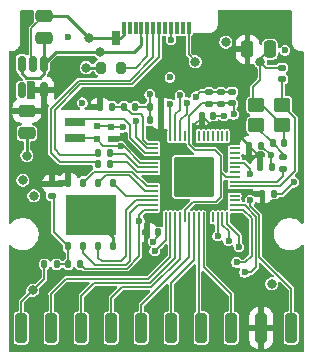
<source format=gbr>
%TF.GenerationSoftware,KiCad,Pcbnew,9.0.4*%
%TF.CreationDate,2025-09-12T00:09:33+02:00*%
%TF.ProjectId,rp2350_gpio_card,72703233-3530-45f6-9770-696f5f636172,X1*%
%TF.SameCoordinates,Original*%
%TF.FileFunction,Copper,L1,Top*%
%TF.FilePolarity,Positive*%
%FSLAX46Y46*%
G04 Gerber Fmt 4.6, Leading zero omitted, Abs format (unit mm)*
G04 Created by KiCad (PCBNEW 9.0.4) date 2025-09-12 00:09:33*
%MOMM*%
%LPD*%
G01*
G04 APERTURE LIST*
G04 Aperture macros list*
%AMRoundRect*
0 Rectangle with rounded corners*
0 $1 Rounding radius*
0 $2 $3 $4 $5 $6 $7 $8 $9 X,Y pos of 4 corners*
0 Add a 4 corners polygon primitive as box body*
4,1,4,$2,$3,$4,$5,$6,$7,$8,$9,$2,$3,0*
0 Add four circle primitives for the rounded corners*
1,1,$1+$1,$2,$3*
1,1,$1+$1,$4,$5*
1,1,$1+$1,$6,$7*
1,1,$1+$1,$8,$9*
0 Add four rect primitives between the rounded corners*
20,1,$1+$1,$2,$3,$4,$5,0*
20,1,$1+$1,$4,$5,$6,$7,0*
20,1,$1+$1,$6,$7,$8,$9,0*
20,1,$1+$1,$8,$9,$2,$3,0*%
%AMFreePoly0*
4,1,18,-0.437500,0.050000,-0.433694,0.069134,-0.422855,0.085355,-0.406634,0.096194,-0.387500,0.100000,0.387500,0.100000,0.437500,0.050000,0.437500,-0.050000,0.433694,-0.069134,0.422855,-0.085355,0.406634,-0.096194,0.387500,-0.100000,-0.387500,-0.100000,-0.406634,-0.096194,-0.422855,-0.085355,-0.433694,-0.069134,-0.437500,-0.050000,-0.437500,0.050000,-0.437500,0.050000,$1*%
%AMFreePoly1*
4,1,18,-0.437500,0.050000,-0.433694,0.069134,-0.422855,0.085355,-0.406634,0.096194,-0.387500,0.100000,0.387500,0.100000,0.406634,0.096194,0.422855,0.085355,0.433694,0.069134,0.437500,0.050000,0.437500,-0.050000,0.387500,-0.100000,-0.387500,-0.100000,-0.406634,-0.096194,-0.422855,-0.085355,-0.433694,-0.069134,-0.437500,-0.050000,-0.437500,0.050000,-0.437500,0.050000,$1*%
%AMFreePoly2*
4,1,18,-0.100000,0.387500,-0.050000,0.437500,0.050000,0.437500,0.069134,0.433694,0.085355,0.422855,0.096194,0.406634,0.100000,0.387500,0.100000,-0.387500,0.096194,-0.406634,0.085355,-0.422855,0.069134,-0.433694,0.050000,-0.437500,-0.050000,-0.437500,-0.069134,-0.433694,-0.085355,-0.422855,-0.096194,-0.406634,-0.100000,-0.387500,-0.100000,0.387500,-0.100000,0.387500,$1*%
%AMFreePoly3*
4,1,18,-0.100000,0.387500,-0.096194,0.406634,-0.085355,0.422855,-0.069134,0.433694,-0.050000,0.437500,0.050000,0.437500,0.100000,0.387500,0.100000,-0.387500,0.096194,-0.406634,0.085355,-0.422855,0.069134,-0.433694,0.050000,-0.437500,-0.050000,-0.437500,-0.069134,-0.433694,-0.085355,-0.422855,-0.096194,-0.406634,-0.100000,-0.387500,-0.100000,0.387500,-0.100000,0.387500,$1*%
%AMFreePoly4*
4,1,18,-0.437500,0.050000,-0.433694,0.069134,-0.422855,0.085355,-0.406634,0.096194,-0.387500,0.100000,0.387500,0.100000,0.406634,0.096194,0.422855,0.085355,0.433694,0.069134,0.437500,0.050000,0.437500,-0.050000,0.433694,-0.069134,0.422855,-0.085355,0.406634,-0.096194,0.387500,-0.100000,-0.387500,-0.100000,-0.437500,-0.050000,-0.437500,0.050000,-0.437500,0.050000,$1*%
%AMFreePoly5*
4,1,18,-0.437500,0.050000,-0.387500,0.100000,0.387500,0.100000,0.406634,0.096194,0.422855,0.085355,0.433694,0.069134,0.437500,0.050000,0.437500,-0.050000,0.433694,-0.069134,0.422855,-0.085355,0.406634,-0.096194,0.387500,-0.100000,-0.387500,-0.100000,-0.406634,-0.096194,-0.422855,-0.085355,-0.433694,-0.069134,-0.437500,-0.050000,-0.437500,0.050000,-0.437500,0.050000,$1*%
%AMFreePoly6*
4,1,18,-0.100000,0.387500,-0.096194,0.406634,-0.085355,0.422855,-0.069134,0.433694,-0.050000,0.437500,0.050000,0.437500,0.069134,0.433694,0.085355,0.422855,0.096194,0.406634,0.100000,0.387500,0.100000,-0.387500,0.050000,-0.437500,-0.050000,-0.437500,-0.069134,-0.433694,-0.085355,-0.422855,-0.096194,-0.406634,-0.100000,-0.387500,-0.100000,0.387500,-0.100000,0.387500,$1*%
%AMFreePoly7*
4,1,18,-0.100000,0.387500,-0.096194,0.406634,-0.085355,0.422855,-0.069134,0.433694,-0.050000,0.437500,0.050000,0.437500,0.069134,0.433694,0.085355,0.422855,0.096194,0.406634,0.100000,0.387500,0.100000,-0.387500,0.096194,-0.406634,0.085355,-0.422855,0.069134,-0.433694,0.050000,-0.437500,-0.050000,-0.437500,-0.100000,-0.387500,-0.100000,0.387500,-0.100000,0.387500,$1*%
G04 Aperture macros list end*
%TA.AperFunction,Conductor*%
%ADD10C,0.200000*%
%TD*%
%TA.AperFunction,SMDPad,CuDef*%
%ADD11RoundRect,0.200000X0.200000X0.275000X-0.200000X0.275000X-0.200000X-0.275000X0.200000X-0.275000X0*%
%TD*%
%TA.AperFunction,SMDPad,CuDef*%
%ADD12R,0.380000X1.000000*%
%TD*%
%TA.AperFunction,SMDPad,CuDef*%
%ADD13R,0.700000X1.150000*%
%TD*%
%TA.AperFunction,SMDPad,CuDef*%
%ADD14RoundRect,0.135000X0.185000X-0.135000X0.185000X0.135000X-0.185000X0.135000X-0.185000X-0.135000X0*%
%TD*%
%TA.AperFunction,SMDPad,CuDef*%
%ADD15RoundRect,0.250000X0.475000X-0.250000X0.475000X0.250000X-0.475000X0.250000X-0.475000X-0.250000X0*%
%TD*%
%TA.AperFunction,SMDPad,CuDef*%
%ADD16RoundRect,0.135000X-0.185000X0.135000X-0.185000X-0.135000X0.185000X-0.135000X0.185000X0.135000X0*%
%TD*%
%TA.AperFunction,SMDPad,CuDef*%
%ADD17RoundRect,0.250000X0.450000X0.350000X-0.450000X0.350000X-0.450000X-0.350000X0.450000X-0.350000X0*%
%TD*%
%TA.AperFunction,SMDPad,CuDef*%
%ADD18R,0.530000X0.470000*%
%TD*%
%TA.AperFunction,SMDPad,CuDef*%
%ADD19RoundRect,0.140000X-0.140000X-0.170000X0.140000X-0.170000X0.140000X0.170000X-0.140000X0.170000X0*%
%TD*%
%TA.AperFunction,SMDPad,CuDef*%
%ADD20RoundRect,0.250000X-0.250000X-0.475000X0.250000X-0.475000X0.250000X0.475000X-0.250000X0.475000X0*%
%TD*%
%TA.AperFunction,SMDPad,CuDef*%
%ADD21RoundRect,0.140000X0.140000X0.170000X-0.140000X0.170000X-0.140000X-0.170000X0.140000X-0.170000X0*%
%TD*%
%TA.AperFunction,SMDPad,CuDef*%
%ADD22RoundRect,0.250000X-0.250000X1.000000X-0.250000X-1.000000X0.250000X-1.000000X0.250000X1.000000X0*%
%TD*%
%TA.AperFunction,SMDPad,CuDef*%
%ADD23RoundRect,0.135000X-0.135000X-0.185000X0.135000X-0.185000X0.135000X0.185000X-0.135000X0.185000X0*%
%TD*%
%TA.AperFunction,SMDPad,CuDef*%
%ADD24RoundRect,0.150000X-0.150000X0.512500X-0.150000X-0.512500X0.150000X-0.512500X0.150000X0.512500X0*%
%TD*%
%TA.AperFunction,SMDPad,CuDef*%
%ADD25RoundRect,0.140000X0.170000X-0.140000X0.170000X0.140000X-0.170000X0.140000X-0.170000X-0.140000X0*%
%TD*%
%TA.AperFunction,SMDPad,CuDef*%
%ADD26RoundRect,0.250000X-0.475000X0.250000X-0.475000X-0.250000X0.475000X-0.250000X0.475000X0.250000X0*%
%TD*%
%TA.AperFunction,SMDPad,CuDef*%
%ADD27RoundRect,0.125000X0.125000X-0.250000X0.125000X0.250000X-0.125000X0.250000X-0.125000X-0.250000X0*%
%TD*%
%TA.AperFunction,HeatsinkPad*%
%ADD28R,4.300000X3.400000*%
%TD*%
%TA.AperFunction,SMDPad,CuDef*%
%ADD29RoundRect,0.135000X0.135000X0.185000X-0.135000X0.185000X-0.135000X-0.185000X0.135000X-0.185000X0*%
%TD*%
%TA.AperFunction,SMDPad,CuDef*%
%ADD30FreePoly0,90.000000*%
%TD*%
%TA.AperFunction,SMDPad,CuDef*%
%ADD31RoundRect,0.050000X0.050000X-0.387500X0.050000X0.387500X-0.050000X0.387500X-0.050000X-0.387500X0*%
%TD*%
%TA.AperFunction,SMDPad,CuDef*%
%ADD32FreePoly1,90.000000*%
%TD*%
%TA.AperFunction,SMDPad,CuDef*%
%ADD33FreePoly2,90.000000*%
%TD*%
%TA.AperFunction,SMDPad,CuDef*%
%ADD34RoundRect,0.050000X0.387500X-0.050000X0.387500X0.050000X-0.387500X0.050000X-0.387500X-0.050000X0*%
%TD*%
%TA.AperFunction,SMDPad,CuDef*%
%ADD35FreePoly3,90.000000*%
%TD*%
%TA.AperFunction,SMDPad,CuDef*%
%ADD36FreePoly4,90.000000*%
%TD*%
%TA.AperFunction,SMDPad,CuDef*%
%ADD37FreePoly5,90.000000*%
%TD*%
%TA.AperFunction,SMDPad,CuDef*%
%ADD38FreePoly6,90.000000*%
%TD*%
%TA.AperFunction,SMDPad,CuDef*%
%ADD39FreePoly7,90.000000*%
%TD*%
%TA.AperFunction,ComponentPad*%
%ADD40C,0.600000*%
%TD*%
%TA.AperFunction,SMDPad,CuDef*%
%ADD41RoundRect,0.153000X1.547000X1.547000X-1.547000X1.547000X-1.547000X-1.547000X1.547000X-1.547000X0*%
%TD*%
%TA.AperFunction,SMDPad,CuDef*%
%ADD42R,1.700000X0.700000*%
%TD*%
%TA.AperFunction,ViaPad*%
%ADD43C,0.600000*%
%TD*%
%TA.AperFunction,ViaPad*%
%ADD44C,0.800000*%
%TD*%
%TA.AperFunction,Conductor*%
%ADD45C,0.152400*%
%TD*%
%TA.AperFunction,Conductor*%
%ADD46C,0.127000*%
%TD*%
%TA.AperFunction,Conductor*%
%ADD47C,0.254000*%
%TD*%
%TA.AperFunction,Conductor*%
%ADD48C,0.250000*%
%TD*%
G04 APERTURE END LIST*
D10*
%TO.N,+3.3V*%
X107390000Y-61646434D02*
X108230000Y-62400000D01*
%TD*%
D11*
%TO.P,R4,1*%
%TO.N,Net-(P1-CC)*%
X100530183Y-57546434D03*
%TO.P,R4,2*%
%TO.N,GND*%
X98880183Y-57546434D03*
%TD*%
D12*
%TO.P,P1,A1,GND*%
%TO.N,GND*%
X100805183Y-54186434D03*
%TO.P,P1,A2*%
%TO.N,N/C*%
X101305183Y-54186434D03*
%TO.P,P1,A3*%
X101805183Y-54186434D03*
%TO.P,P1,A4,VBUS*%
%TO.N,VBUS*%
X102305183Y-54186434D03*
%TO.P,P1,A5,CC*%
%TO.N,Net-(P1-CC)*%
X102805183Y-54186434D03*
%TO.P,P1,A6,D+*%
%TO.N,/USB_D+*%
X103305183Y-54186434D03*
%TO.P,P1,A7,D-*%
%TO.N,/USB_D-*%
X103805183Y-54186434D03*
%TO.P,P1,A8*%
%TO.N,N/C*%
X104305183Y-54186434D03*
%TO.P,P1,A9,VBUS*%
%TO.N,VBUS*%
X104805183Y-54186434D03*
%TO.P,P1,A10*%
%TO.N,N/C*%
X105305183Y-54186434D03*
%TO.P,P1,A11*%
X105805183Y-54186434D03*
%TO.P,P1,A12,GND*%
%TO.N,GND*%
X106305183Y-54186434D03*
D13*
%TO.P,P1,S1,SHIELD*%
X100135183Y-55026434D03*
%TD*%
D14*
%TO.P,R8,1*%
%TO.N,/XOUT*%
X114300000Y-66110000D03*
%TO.P,R8,2*%
%TO.N,Net-(C16-Pad1)*%
X114300000Y-65090000D03*
%TD*%
D15*
%TO.P,C19,1*%
%TO.N,VBUS*%
X94055183Y-55046434D03*
%TO.P,C19,2*%
%TO.N,GND*%
X94055183Y-53146434D03*
%TD*%
D16*
%TO.P,R5,1*%
%TO.N,+3.3V*%
X94700000Y-67390000D03*
%TO.P,R5,2*%
%TO.N,/FLASH_SS*%
X94700000Y-68410000D03*
%TD*%
D17*
%TO.P,Y1,1,1*%
%TO.N,/XIN*%
X114235183Y-60726434D03*
%TO.P,Y1,2,2*%
%TO.N,GND*%
X112035183Y-60726434D03*
%TO.P,Y1,3,3*%
%TO.N,Net-(C16-Pad1)*%
X112035183Y-62426434D03*
%TO.P,Y1,4,4*%
%TO.N,GND*%
X114235183Y-62426434D03*
%TD*%
D18*
%TO.P,C1,1*%
%TO.N,+3.3V*%
X99750000Y-63615000D03*
%TO.P,C1,2*%
%TO.N,GND*%
X99750000Y-62585000D03*
%TD*%
D19*
%TO.P,C9,1*%
%TO.N,+3.3V*%
X102780000Y-71480000D03*
%TO.P,C9,2*%
%TO.N,GND*%
X103740000Y-71480000D03*
%TD*%
D20*
%TO.P,C2,1*%
%TO.N,+3.3V*%
X111280000Y-56000000D03*
%TO.P,C2,2*%
%TO.N,GND*%
X113180000Y-56000000D03*
%TD*%
D19*
%TO.P,C10,1*%
%TO.N,+3.3V*%
X107400000Y-61646434D03*
%TO.P,C10,2*%
%TO.N,GND*%
X108360000Y-61646434D03*
%TD*%
D21*
%TO.P,C17,1*%
%TO.N,+3.3V*%
X103980000Y-60850000D03*
%TO.P,C17,2*%
%TO.N,GND*%
X103020000Y-60850000D03*
%TD*%
D22*
%TO.P,J2,1,Pin_1*%
%TO.N,/RUN*%
X114985183Y-79600000D03*
%TO.P,J2,2,Pin_2*%
%TO.N,+3.3V*%
X112445183Y-79600000D03*
%TO.P,J2,3,Pin_3*%
%TO.N,/GPIO7*%
X109905183Y-79600000D03*
%TO.P,J2,4,Pin_4*%
%TO.N,/GPIO6*%
X107365183Y-79600000D03*
%TO.P,J2,5,Pin_5*%
%TO.N,/GPIO5*%
X104825183Y-79600000D03*
%TO.P,J2,6,Pin_6*%
%TO.N,/GPIO4*%
X102285183Y-79600000D03*
%TO.P,J2,7,Pin_7*%
%TO.N,/GPIO3*%
X99745183Y-79600000D03*
%TO.P,J2,8,Pin_8*%
%TO.N,/GPIO2*%
X97205183Y-79600000D03*
%TO.P,J2,9,Pin_9*%
%TO.N,/GPIO1*%
X94665183Y-79600000D03*
%TO.P,J2,10,Pin_10*%
%TO.N,/GPIO0*%
X92125183Y-79600000D03*
%TD*%
D21*
%TO.P,C8,1*%
%TO.N,+3.3V*%
X103980000Y-62000000D03*
%TO.P,C8,2*%
%TO.N,GND*%
X103020000Y-62000000D03*
%TD*%
D18*
%TO.P,C3,1*%
%TO.N,+1V1*%
X98500000Y-63565000D03*
%TO.P,C3,2*%
%TO.N,GND*%
X98500000Y-62535000D03*
%TD*%
D19*
%TO.P,C5,1*%
%TO.N,/VREG_AVDD*%
X100820000Y-60850000D03*
%TO.P,C5,2*%
%TO.N,GND*%
X101780000Y-60850000D03*
%TD*%
D23*
%TO.P,R3,1*%
%TO.N,/USB_D-*%
X98590000Y-64750000D03*
%TO.P,R3,2*%
%TO.N,Net-(U1-USB_DM)*%
X99610000Y-64750000D03*
%TD*%
D24*
%TO.P,U4,1,VIN*%
%TO.N,VBUS*%
X94067683Y-57208934D03*
%TO.P,U4,2,GND*%
%TO.N,GND*%
X93117683Y-57208934D03*
%TO.P,U4,3,EN*%
%TO.N,VBUS*%
X92167683Y-57208934D03*
%TO.P,U4,4,NC*%
%TO.N,unconnected-(U4-NC-Pad4)*%
X92167683Y-59483934D03*
%TO.P,U4,5,VOUT*%
%TO.N,+3.3V*%
X94067683Y-59483934D03*
%TD*%
D23*
%TO.P,R1,1*%
%TO.N,+3.3V*%
X98790000Y-60860000D03*
%TO.P,R1,2*%
%TO.N,/VREG_AVDD*%
X99810000Y-60860000D03*
%TD*%
%TO.P,R7,1*%
%TO.N,/GPIO0*%
X94090000Y-74200000D03*
%TO.P,R7,2*%
%TO.N,/FLASH_SS*%
X95110000Y-74200000D03*
%TD*%
D25*
%TO.P,C15,1*%
%TO.N,/XIN*%
X114235183Y-58526434D03*
%TO.P,C15,2*%
%TO.N,GND*%
X114235183Y-57566434D03*
%TD*%
D23*
%TO.P,R2,1*%
%TO.N,/USB_D+*%
X98590000Y-65700000D03*
%TO.P,R2,2*%
%TO.N,Net-(U1-USB_DP)*%
X99610000Y-65700000D03*
%TD*%
D26*
%TO.P,C21,1*%
%TO.N,+3.3V*%
X92600000Y-61200000D03*
%TO.P,C21,2*%
%TO.N,GND*%
X92600000Y-63100000D03*
%TD*%
D19*
%TO.P,C12,1*%
%TO.N,+3.3V*%
X111440000Y-64160000D03*
%TO.P,C12,2*%
%TO.N,GND*%
X112400000Y-64160000D03*
%TD*%
D25*
%TO.P,C4,1*%
%TO.N,+1V1*%
X110005183Y-60576434D03*
%TO.P,C4,2*%
%TO.N,GND*%
X110005183Y-59616434D03*
%TD*%
D27*
%TO.P,U2,1,~{CS}*%
%TO.N,/FLASH_SS*%
X96100183Y-72696434D03*
%TO.P,U2,2,DO/IO_{1}*%
%TO.N,/QSPI_SD1*%
X97370183Y-72696434D03*
%TO.P,U2,3,~{WP}/IO_{2}*%
%TO.N,/QSPI_SD2*%
X98640183Y-72696434D03*
%TO.P,U2,4,GND*%
%TO.N,GND*%
X99910183Y-72696434D03*
%TO.P,U2,5,DI/IO_{0}*%
%TO.N,/QSPI_SD0*%
X99910183Y-67296434D03*
%TO.P,U2,6,CLK*%
%TO.N,/QSPI_SCLK*%
X98640183Y-67296434D03*
%TO.P,U2,7,~{HOLD}/~{RESET}/IO_{3}*%
%TO.N,/QSPI_SD3*%
X97370183Y-67296434D03*
%TO.P,U2,8,VCC*%
%TO.N,+3.3V*%
X96100183Y-67296434D03*
D28*
%TO.P,U2,9,EP*%
%TO.N,GND*%
X98005183Y-69996434D03*
%TD*%
D25*
%TO.P,C6,1*%
%TO.N,+1V1*%
X109000000Y-60610000D03*
%TO.P,C6,2*%
%TO.N,GND*%
X109000000Y-59650000D03*
%TD*%
%TO.P,C7,1*%
%TO.N,+1V1*%
X107980000Y-60600000D03*
%TO.P,C7,2*%
%TO.N,GND*%
X107980000Y-59640000D03*
%TD*%
D19*
%TO.P,C13,1*%
%TO.N,+3.3V*%
X112550000Y-68250000D03*
%TO.P,C13,2*%
%TO.N,GND*%
X113510000Y-68250000D03*
%TD*%
D29*
%TO.P,R6,1*%
%TO.N,/QSPI_SS*%
X97120000Y-74200000D03*
%TO.P,R6,2*%
%TO.N,/FLASH_SS*%
X96100000Y-74200000D03*
%TD*%
D19*
%TO.P,C14,1*%
%TO.N,+3.3V*%
X112367836Y-65930000D03*
%TO.P,C14,2*%
%TO.N,GND*%
X113327836Y-65930000D03*
%TD*%
%TO.P,C16,1*%
%TO.N,Net-(C16-Pad1)*%
X113405183Y-63956434D03*
%TO.P,C16,2*%
%TO.N,GND*%
X114365183Y-63956434D03*
%TD*%
D30*
%TO.P,U1,1,IOVDD*%
%TO.N,+3.3V*%
X103955183Y-70233934D03*
D31*
%TO.P,U1,2,GPIO0*%
%TO.N,/GPIO0*%
X104355183Y-70233934D03*
%TO.P,U1,3,GPIO1*%
%TO.N,/GPIO1*%
X104755183Y-70233934D03*
%TO.P,U1,4,GPIO2*%
%TO.N,/GPIO2*%
X105155183Y-70233934D03*
%TO.P,U1,5,GPIO3*%
%TO.N,/GPIO3*%
X105555183Y-70233934D03*
%TO.P,U1,6,DVDD*%
%TO.N,+1V1*%
X105955183Y-70233934D03*
%TO.P,U1,7,GPIO4*%
%TO.N,/GPIO4*%
X106355183Y-70233934D03*
%TO.P,U1,8,GPIO5*%
%TO.N,/GPIO5*%
X106755183Y-70233934D03*
%TO.P,U1,9,GPIO6*%
%TO.N,/GPIO6*%
X107155183Y-70233934D03*
%TO.P,U1,10,GPIO7*%
%TO.N,/GPIO7*%
X107555183Y-70233934D03*
%TO.P,U1,11,IOVDD*%
%TO.N,+3.3V*%
X107955183Y-70233934D03*
%TO.P,U1,12,GPIO8*%
%TO.N,/GPIO8*%
X108355183Y-70233934D03*
%TO.P,U1,13,GPIO9*%
%TO.N,/GPIO9*%
X108755183Y-70233934D03*
%TO.P,U1,14,GPIO10*%
%TO.N,/GPIO10*%
X109155183Y-70233934D03*
D32*
%TO.P,U1,15,GPIO11*%
%TO.N,/GPIO11*%
X109555183Y-70233934D03*
D33*
%TO.P,U1,16,GPIO12*%
%TO.N,/GPIO12*%
X110192683Y-69596434D03*
D34*
%TO.P,U1,17,GPIO13*%
%TO.N,/GPIO13*%
X110192683Y-69196434D03*
%TO.P,U1,18,GPIO14*%
%TO.N,/GPIO14*%
X110192683Y-68796434D03*
%TO.P,U1,19,GPIO15*%
%TO.N,/GPIO15*%
X110192683Y-68396434D03*
%TO.P,U1,20,IOVDD*%
%TO.N,+3.3V*%
X110192683Y-67996434D03*
%TO.P,U1,21,XIN*%
%TO.N,/XIN*%
X110192683Y-67596434D03*
%TO.P,U1,22,XOUT*%
%TO.N,/XOUT*%
X110192683Y-67196434D03*
%TO.P,U1,23,DVDD*%
%TO.N,+1V1*%
X110192683Y-66796434D03*
%TO.P,U1,24,SWCLK*%
%TO.N,/SWCLK*%
X110192683Y-66396434D03*
%TO.P,U1,25,SWD*%
%TO.N,/SWD*%
X110192683Y-65996434D03*
%TO.P,U1,26,RUN*%
%TO.N,/RUN*%
X110192683Y-65596434D03*
%TO.P,U1,27,GPIO16*%
%TO.N,/GPIO16*%
X110192683Y-65196434D03*
%TO.P,U1,28,GPIO17*%
%TO.N,/GPIO17*%
X110192683Y-64796434D03*
%TO.P,U1,29,GPIO18*%
%TO.N,/GPIO18*%
X110192683Y-64396434D03*
D35*
%TO.P,U1,30,IOVDD*%
%TO.N,+3.3V*%
X110192683Y-63996434D03*
D36*
%TO.P,U1,31,GPIO19*%
%TO.N,/GPIO19*%
X109555183Y-63358934D03*
D31*
%TO.P,U1,32,GPIO20*%
%TO.N,/GPIO20*%
X109155183Y-63358934D03*
%TO.P,U1,33,GPIO21*%
%TO.N,/GPIO21*%
X108755183Y-63358934D03*
%TO.P,U1,34,GPIO22*%
%TO.N,/GPIO22*%
X108355183Y-63358934D03*
%TO.P,U1,35,GPIO23*%
%TO.N,/GPIO23*%
X107955183Y-63358934D03*
%TO.P,U1,36,GPIO24*%
%TO.N,/GPIO24*%
X107555183Y-63358934D03*
%TO.P,U1,37,GPIO25*%
%TO.N,/GPIO25*%
X107155183Y-63358934D03*
%TO.P,U1,38,IOVDD*%
%TO.N,+3.3V*%
X106755183Y-63358934D03*
%TO.P,U1,39,DVDD*%
%TO.N,+1V1*%
X106355183Y-63358934D03*
%TO.P,U1,40,GPIO26_ADC0*%
%TO.N,/GPIO26_ADC0*%
X105955183Y-63358934D03*
%TO.P,U1,41,GPIO27_ADC1*%
%TO.N,/GPIO27_ADC1*%
X105555183Y-63358934D03*
%TO.P,U1,42,GPIO28_ADC2*%
%TO.N,/GPIO28_ADC2*%
X105155183Y-63358934D03*
%TO.P,U1,43,GPIO29_ADC3*%
%TO.N,/GPIO29_ADC3*%
X104755183Y-63358934D03*
%TO.P,U1,44,ADC_AVDD*%
%TO.N,+3.3V*%
X104355183Y-63358934D03*
D37*
%TO.P,U1,45,IOVDD*%
X103955183Y-63358934D03*
D38*
%TO.P,U1,46,VREG_AVDD*%
%TO.N,/VREG_AVDD*%
X103317683Y-63996434D03*
D34*
%TO.P,U1,47,VREG_PGND*%
%TO.N,GND*%
X103317683Y-64396434D03*
%TO.P,U1,48,VREG_LX*%
%TO.N,/VREG_LX*%
X103317683Y-64796434D03*
%TO.P,U1,49,VREG_VIN*%
%TO.N,+3.3V*%
X103317683Y-65196434D03*
%TO.P,U1,50,VREG_FB*%
%TO.N,+1V1*%
X103317683Y-65596434D03*
%TO.P,U1,51,USB_DM*%
%TO.N,Net-(U1-USB_DM)*%
X103317683Y-65996434D03*
%TO.P,U1,52,USB_DP*%
%TO.N,Net-(U1-USB_DP)*%
X103317683Y-66396434D03*
%TO.P,U1,53,USB_OTP_VDD*%
%TO.N,+3.3V*%
X103317683Y-66796434D03*
%TO.P,U1,54,QSPI_IOVDD*%
X103317683Y-67196434D03*
%TO.P,U1,55,QSPI_SD3*%
%TO.N,/QSPI_SD3*%
X103317683Y-67596434D03*
%TO.P,U1,56,QSPI_SCLK*%
%TO.N,/QSPI_SCLK*%
X103317683Y-67996434D03*
%TO.P,U1,57,QSPI_SD0*%
%TO.N,/QSPI_SD0*%
X103317683Y-68396434D03*
%TO.P,U1,58,QSPI_SD2*%
%TO.N,/QSPI_SD2*%
X103317683Y-68796434D03*
%TO.P,U1,59,QSPI_SD1*%
%TO.N,/QSPI_SD1*%
X103317683Y-69196434D03*
D39*
%TO.P,U1,60,QSPI_SS*%
%TO.N,/QSPI_SS*%
X103317683Y-69596434D03*
D40*
%TO.P,U1,61,GND*%
%TO.N,GND*%
X105380183Y-68171434D03*
X106755183Y-68171434D03*
X108130183Y-68171434D03*
X105380183Y-66796434D03*
X106755183Y-66796434D03*
D41*
X106755183Y-66796434D03*
D40*
X108130183Y-66796434D03*
X105380183Y-65421434D03*
X106755183Y-65421434D03*
X108130183Y-65421434D03*
%TD*%
D42*
%TO.P,L1,1,1*%
%TO.N,+1V1*%
X96708211Y-63550000D03*
%TO.P,L1,2,2*%
%TO.N,/VREG_LX*%
X96708211Y-62150000D03*
%TD*%
D43*
%TO.N,*%
X96090000Y-54990000D03*
X114460000Y-56080000D03*
X104710000Y-58370000D03*
X97300000Y-60530000D03*
%TO.N,+1V1*%
X110100000Y-61510000D03*
X100550000Y-64200000D03*
%TO.N,VBUS*%
X104805183Y-55220000D03*
D44*
X98800000Y-56246434D03*
D43*
%TO.N,/GPIO27_ADC1*%
X106140000Y-60530000D03*
%TO.N,/GPIO29_ADC3*%
X104755183Y-60670000D03*
%TO.N,/GPIO11*%
X110555183Y-72750000D03*
%TO.N,/QSPI_SS*%
X102130183Y-70540000D03*
%TO.N,/RUN*%
X111500000Y-66600000D03*
X111500000Y-68800000D03*
%TO.N,/GPIO10*%
X109680183Y-72205729D03*
%TO.N,/GPIO9*%
X108755502Y-71815683D03*
%TO.N,/GPIO28_ADC2*%
X105560000Y-59900000D03*
%TO.N,/GPIO0*%
X103434390Y-73064390D03*
D44*
X93100000Y-76400000D03*
D43*
%TO.N,/GPIO13*%
X111040000Y-74896434D03*
%TO.N,/GPIO12*%
X110370000Y-74046434D03*
D44*
%TO.N,GND*%
X97900000Y-55050000D03*
D43*
X103304724Y-72274724D03*
D44*
X96600000Y-70000000D03*
D43*
X109260000Y-61650000D03*
D44*
X109430000Y-55400000D03*
X112380000Y-57070000D03*
D43*
X103010000Y-59820000D03*
X106930000Y-60010000D03*
D44*
X98005183Y-69996434D03*
D43*
X101850000Y-62050000D03*
D44*
X92600000Y-65000000D03*
X93200000Y-68410000D03*
X113330000Y-75850000D03*
D43*
X115180000Y-67250000D03*
D44*
X106860000Y-57060000D03*
X92250000Y-67080000D03*
D43*
X100700000Y-62600000D03*
D44*
X99300000Y-70000000D03*
D43*
X113250000Y-64980000D03*
D44*
X97630183Y-57546434D03*
%TD*%
D45*
%TO.N,+1V1*%
X109000000Y-66373821D02*
X109422613Y-66796434D01*
D46*
X99085000Y-64150000D02*
X100500000Y-64150000D01*
X100550000Y-64200000D02*
X100800000Y-64200000D01*
X96708211Y-63550000D02*
X98485000Y-63550000D01*
D45*
X107423566Y-60576434D02*
X110005183Y-60576434D01*
D46*
X102196434Y-65596434D02*
X103317683Y-65596434D01*
D45*
X106355183Y-63358934D02*
X106355183Y-61644817D01*
D46*
X98485000Y-63550000D02*
X98500000Y-63565000D01*
D45*
X109422613Y-66796434D02*
X110192683Y-66796434D01*
X106800000Y-64500000D02*
X106355183Y-64055183D01*
X105955183Y-70233934D02*
X105955183Y-69644817D01*
X110100000Y-61510000D02*
X110100000Y-60471251D01*
X110100000Y-60671251D02*
X110005183Y-60576434D01*
X108500000Y-64500000D02*
X106800000Y-64500000D01*
X108600000Y-68900000D02*
X109000000Y-68500000D01*
X106355183Y-61644817D02*
X107423566Y-60576434D01*
D46*
X100500000Y-64150000D02*
X100550000Y-64200000D01*
D45*
X106700000Y-68900000D02*
X108600000Y-68900000D01*
D46*
X100800000Y-64200000D02*
X102196434Y-65596434D01*
D45*
X105955183Y-69644817D02*
X106700000Y-68900000D01*
X109000000Y-65000000D02*
X108500000Y-64500000D01*
X106355183Y-64055183D02*
X106355183Y-63358934D01*
D46*
X98500000Y-63565000D02*
X99085000Y-64150000D01*
D45*
X109000000Y-66373821D02*
X109000000Y-65000000D01*
X109000000Y-68500000D02*
X109000000Y-66373821D01*
%TO.N,VBUS*%
X104805183Y-54186434D02*
X104805183Y-55220000D01*
D47*
X102300183Y-55636434D02*
X102300183Y-54926434D01*
X102300183Y-54926434D02*
X102305183Y-54921434D01*
X101690183Y-56246434D02*
X102300183Y-55636434D01*
X92167683Y-58008934D02*
X92555183Y-58396434D01*
X94067683Y-57208934D02*
X94067683Y-55058934D01*
X95030183Y-56246434D02*
X94067683Y-57208934D01*
X94067683Y-58033934D02*
X94067683Y-57208934D01*
D45*
X102305183Y-54186434D02*
X102305183Y-54921434D01*
D47*
X98800000Y-56246434D02*
X95030183Y-56246434D01*
D45*
X94067683Y-55058934D02*
X94055183Y-55046434D01*
D47*
X93705183Y-58396434D02*
X94067683Y-58033934D01*
X92167683Y-57208934D02*
X92167683Y-58008934D01*
X98800000Y-56246434D02*
X101690183Y-56246434D01*
X92555183Y-58396434D02*
X93705183Y-58396434D01*
D46*
%TO.N,/VREG_AVDD*%
X99820000Y-60850000D02*
X99810000Y-60860000D01*
X100820000Y-60850000D02*
X99820000Y-60850000D01*
X100800000Y-60830000D02*
X100820000Y-60850000D01*
D45*
X102796434Y-63996434D02*
X103317683Y-63996434D01*
X103314117Y-64000000D02*
X103317683Y-63996434D01*
X101462800Y-61492800D02*
X100820000Y-60850000D01*
X102462800Y-63662800D02*
X102796434Y-63996434D01*
X102462800Y-61712800D02*
X102242800Y-61492800D01*
X102462800Y-61712800D02*
X102462800Y-63662800D01*
X102242800Y-61492800D02*
X101462800Y-61492800D01*
%TO.N,/XIN*%
X109842683Y-67596434D02*
X114003566Y-67596434D01*
X114003566Y-67596434D02*
X115300000Y-66300000D01*
X115300000Y-66300000D02*
X115300000Y-61791251D01*
X115300000Y-61791251D02*
X114235183Y-60726434D01*
X114235183Y-60726434D02*
X114235183Y-58526434D01*
%TO.N,Net-(C16-Pad1)*%
X114300000Y-64851251D02*
X113405183Y-63956434D01*
X113405183Y-63956434D02*
X112035183Y-62586434D01*
X112035183Y-62586434D02*
X112035183Y-62426434D01*
X112025183Y-62436434D02*
X112035183Y-62426434D01*
X114300000Y-65090000D02*
X114300000Y-64851251D01*
%TO.N,+3.3V*%
X103317683Y-65196434D02*
X102353566Y-65196434D01*
X103963566Y-67196434D02*
X104355183Y-66804817D01*
D10*
X112445183Y-77283175D02*
X112445183Y-79600000D01*
X107955183Y-70233934D02*
X107955183Y-72793175D01*
D45*
X107955183Y-70233934D02*
X107932383Y-70256734D01*
X94105183Y-59446434D02*
X94067683Y-59483934D01*
X100772132Y-63615000D02*
X102353566Y-65196434D01*
X107400000Y-61646434D02*
X107400000Y-61780000D01*
D10*
X112367836Y-65087836D02*
X111440000Y-64160000D01*
X112367836Y-65930000D02*
X112367836Y-65087836D01*
D45*
X99750000Y-63615000D02*
X100772132Y-63615000D01*
X103317683Y-66796434D02*
X103828749Y-66796434D01*
X104355183Y-66804817D02*
X104355183Y-66270000D01*
X104355183Y-66270000D02*
X104355183Y-63358934D01*
D10*
X107955183Y-72793175D02*
X112445183Y-77283175D01*
D45*
X107400000Y-61780000D02*
X106770000Y-62410000D01*
X103828749Y-66796434D02*
X104355183Y-66270000D01*
X103317683Y-67196434D02*
X103963566Y-67196434D01*
D47*
X111440000Y-64160000D02*
X110350000Y-63070000D01*
D45*
%TO.N,/GPIO27_ADC1*%
X105555183Y-62024817D02*
X106140000Y-61440000D01*
X106140000Y-61440000D02*
X106140000Y-60530000D01*
X105555183Y-63358934D02*
X105555183Y-62024817D01*
%TO.N,/GPIO29_ADC3*%
X104755183Y-60700000D02*
X104755183Y-63358934D01*
%TO.N,/GPIO11*%
X110555183Y-71771434D02*
X109555183Y-70771434D01*
X110555183Y-72771434D02*
X110555183Y-72750000D01*
X110555183Y-72771434D02*
X110580183Y-72746434D01*
X110555183Y-72750000D02*
X110555183Y-71771434D01*
X109555183Y-70771434D02*
X109555183Y-70233934D01*
%TO.N,/QSPI_SS*%
X102555183Y-69596434D02*
X103317683Y-69596434D01*
X101071329Y-74576834D02*
X97496834Y-74576834D01*
X97496834Y-74576834D02*
X97120000Y-74200000D01*
X102130183Y-73517980D02*
X101071329Y-74576834D01*
X102130183Y-70540000D02*
X102130183Y-73517980D01*
X102130183Y-70540000D02*
X102130183Y-70021434D01*
X102130183Y-70021434D02*
X102555183Y-69596434D01*
%TO.N,/RUN*%
X111500000Y-66100000D02*
X110996434Y-65596434D01*
X112280400Y-73580400D02*
X114985183Y-76285183D01*
X110996434Y-65596434D02*
X110192683Y-65596434D01*
X111500000Y-69269922D02*
X112280400Y-70050323D01*
X114985183Y-76285183D02*
X114985183Y-80196434D01*
X112280400Y-70050323D02*
X112280400Y-73580400D01*
X111500000Y-68800000D02*
X111500000Y-69269922D01*
X111500000Y-66570000D02*
X111500000Y-66100000D01*
%TO.N,/GPIO10*%
X109680183Y-71396218D02*
X109155183Y-70871218D01*
X109155183Y-70871218D02*
X109155183Y-70233934D01*
X109680183Y-72196434D02*
X109680183Y-71396218D01*
%TO.N,/GPIO9*%
X108755502Y-71815683D02*
X108755183Y-71815364D01*
X108755183Y-71815364D02*
X108755183Y-70233934D01*
%TO.N,/GPIO28_ADC2*%
X105155183Y-61504817D02*
X105155183Y-63358934D01*
X105560000Y-59900000D02*
X105560000Y-61100000D01*
X105560000Y-61100000D02*
X105155183Y-61504817D01*
%TO.N,/GPIO2*%
X102997951Y-75803234D02*
X98305183Y-75803234D01*
X105155183Y-70233934D02*
X105155183Y-73646002D01*
X105155183Y-73646002D02*
X102997951Y-75803234D01*
X98305183Y-75803234D02*
X97205183Y-76903234D01*
X97205183Y-76903234D02*
X97205183Y-80196434D01*
%TO.N,/GPIO1*%
X94665183Y-76706434D02*
X94665183Y-80196434D01*
X104755183Y-73546218D02*
X102851567Y-75449834D01*
X104755183Y-70233934D02*
X104755183Y-73546218D01*
X102851567Y-75449834D02*
X95901783Y-75449834D01*
X94655183Y-76696434D02*
X94665183Y-76706434D01*
X95901783Y-75449834D02*
X94655183Y-76696434D01*
%TO.N,/GPIO5*%
X106755183Y-73846218D02*
X104825183Y-75776218D01*
X106755183Y-70233934D02*
X106755183Y-73846218D01*
X104825183Y-75776218D02*
X104825183Y-80196434D01*
%TO.N,/GPIO4*%
X106355183Y-73571434D02*
X102285183Y-77641434D01*
X106355183Y-70233934D02*
X106355183Y-73571434D01*
X102285183Y-77641434D02*
X102285183Y-80196434D01*
%TO.N,/GPIO6*%
X107155183Y-70233934D02*
X107155183Y-79986434D01*
X107155183Y-79986434D02*
X107365183Y-80196434D01*
%TO.N,/GPIO0*%
X94090000Y-74200000D02*
X94090000Y-75410000D01*
X104357200Y-70235951D02*
X104355183Y-70233934D01*
X104355183Y-71938707D02*
X104357200Y-71936690D01*
X104355183Y-72144817D02*
X103602808Y-72897192D01*
X94090000Y-75410000D02*
X93100000Y-76400000D01*
X104355183Y-71938707D02*
X104355183Y-70233934D01*
X103602808Y-72897192D02*
X103601588Y-72897192D01*
X92125183Y-77374817D02*
X92125183Y-79600000D01*
X104355183Y-71938707D02*
X104355183Y-72144817D01*
X93100000Y-76400000D02*
X92125183Y-77374817D01*
%TO.N,/GPIO3*%
X99745183Y-77066634D02*
X99745183Y-80196434D01*
X103144335Y-76156634D02*
X100655183Y-76156634D01*
X100655183Y-76156634D02*
X99745183Y-77066634D01*
X105555183Y-73745785D02*
X103144335Y-76156634D01*
X105555183Y-70233934D02*
X105555183Y-73745785D01*
%TO.N,/GPIO7*%
X109905183Y-76746434D02*
X109905183Y-80196434D01*
X107555183Y-74396434D02*
X109905183Y-76746434D01*
X107555183Y-70233934D02*
X107555183Y-74396434D01*
%TO.N,/VREG_LX*%
X100820000Y-61920000D02*
X96938211Y-61920000D01*
X101350000Y-62450000D02*
X100820000Y-61920000D01*
X102619565Y-64796434D02*
X101350000Y-63526869D01*
X101350000Y-63526869D02*
X101350000Y-62450000D01*
X103317683Y-64796434D02*
X102619565Y-64796434D01*
%TO.N,Net-(P1-CC)*%
X102805183Y-56571434D02*
X102805183Y-54186434D01*
X100530183Y-57546434D02*
X101830183Y-57546434D01*
X101830183Y-57546434D02*
X102805183Y-56571434D01*
D10*
%TO.N,/USB_D+*%
X94632000Y-61018000D02*
X94632000Y-64742000D01*
X94632000Y-64742000D02*
X95430000Y-65540000D01*
X103305183Y-54971434D02*
X103305183Y-56652878D01*
X103305183Y-56652878D02*
X101308061Y-58650000D01*
X97000000Y-58650000D02*
X94632000Y-61018000D01*
X101308061Y-58650000D02*
X97000000Y-58650000D01*
D45*
X103305183Y-54186434D02*
X103305183Y-54971434D01*
D10*
X95430000Y-65540000D02*
X98430000Y-65540000D01*
X98430000Y-65540000D02*
X98590000Y-65700000D01*
D45*
%TO.N,/USB_D-*%
X103805183Y-54186434D02*
X103805183Y-54961434D01*
D10*
X98540000Y-64800000D02*
X98590000Y-64750000D01*
X97135862Y-58978000D02*
X101462722Y-58978000D01*
X98590000Y-64750000D02*
X98420000Y-64920000D01*
X94960000Y-61153862D02*
X97135862Y-58978000D01*
X98420000Y-64920000D02*
X95440000Y-64920000D01*
X101462722Y-58978000D02*
X103800000Y-56640722D01*
X103800000Y-56640722D02*
X103800000Y-54959278D01*
X94960000Y-64440000D02*
X94960000Y-61153862D01*
X95440000Y-64920000D02*
X94960000Y-64440000D01*
D46*
%TO.N,Net-(U1-USB_DP)*%
X101953563Y-66396434D02*
X101507129Y-65950000D01*
D10*
X101107129Y-65550000D02*
X101507129Y-65950000D01*
X99760000Y-65550000D02*
X101107129Y-65550000D01*
D46*
X103317683Y-66396434D02*
X101953563Y-66396434D01*
D10*
X99610000Y-65700000D02*
X99760000Y-65550000D01*
%TO.N,Net-(U1-USB_DM)*%
X99610000Y-64750000D02*
X99710000Y-64850000D01*
D46*
X103317683Y-65996434D02*
X102046434Y-65996434D01*
D10*
X101500000Y-65450000D02*
X101640000Y-65590000D01*
X100900000Y-64850000D02*
X101500000Y-65450000D01*
X100650000Y-64850000D02*
X100900000Y-64850000D01*
X99710000Y-64850000D02*
X100650000Y-64850000D01*
D46*
X102046434Y-65996434D02*
X101640000Y-65590000D01*
D45*
%TO.N,/FLASH_SS*%
X94700000Y-68410000D02*
X94900000Y-68610000D01*
X96100183Y-72696434D02*
X96100183Y-74199817D01*
X94900000Y-68610000D02*
X94900000Y-71496251D01*
X96100000Y-74200000D02*
X95110000Y-74200000D01*
X94900000Y-71496251D02*
X96100183Y-72696434D01*
X96100183Y-74199817D02*
X96100000Y-74200000D01*
X96090000Y-72706617D02*
X96100183Y-72696434D01*
%TO.N,/XOUT*%
X113803566Y-67196434D02*
X109842683Y-67196434D01*
X114300000Y-66700000D02*
X113803566Y-67196434D01*
X114300000Y-66110000D02*
X114300000Y-66700000D01*
%TO.N,/QSPI_SCLK*%
X99609355Y-66650000D02*
X99615121Y-66644234D01*
X102596434Y-67996434D02*
X103317683Y-67996434D01*
X101250000Y-66650000D02*
X102596434Y-67996434D01*
X99286617Y-66650000D02*
X99609355Y-66650000D01*
X100211011Y-66650000D02*
X101250000Y-66650000D01*
X100205245Y-66644234D02*
X100211011Y-66650000D01*
X98640183Y-67296434D02*
X99286617Y-66650000D01*
X99615121Y-66644234D02*
X100205245Y-66644234D01*
%TO.N,/QSPI_SD1*%
X98396434Y-74296434D02*
X97370183Y-73270183D01*
X100955183Y-74296434D02*
X98396434Y-74296434D01*
X101358583Y-69841417D02*
X101358583Y-73893034D01*
X103317683Y-69196434D02*
X102003566Y-69196434D01*
X97370183Y-73270183D02*
X97370183Y-72696434D01*
X102003566Y-69196434D02*
X101358583Y-69841417D01*
X101358583Y-73893034D02*
X100955183Y-74296434D01*
%TO.N,/GPIO13*%
X110192683Y-69196434D02*
X111029966Y-69196434D01*
X111540302Y-74896434D02*
X111055183Y-74896434D01*
X111029966Y-69196434D02*
X112000000Y-70166468D01*
X112000000Y-70166468D02*
X112000000Y-74436736D01*
X112000000Y-74436736D02*
X111540302Y-74896434D01*
%TO.N,/QSPI_SD3*%
X101528545Y-66350000D02*
X102774979Y-67596434D01*
X98316617Y-66350000D02*
X101528545Y-66350000D01*
X102774979Y-67596434D02*
X103317683Y-67596434D01*
X97370183Y-67296434D02*
X98316617Y-66350000D01*
%TO.N,/GPIO12*%
X111640000Y-70306251D02*
X110930183Y-69596434D01*
X110405183Y-74046434D02*
X111079013Y-74046434D01*
X110930183Y-69596434D02*
X110192683Y-69596434D01*
X111079013Y-74046434D02*
X111640000Y-73485447D01*
X111640000Y-73485447D02*
X111640000Y-70306251D01*
%TO.N,/QSPI_SD2*%
X103317683Y-68796434D02*
X101803565Y-68796434D01*
X98951783Y-73943034D02*
X98640183Y-73631434D01*
X100558583Y-73943034D02*
X98951783Y-73943034D01*
X101803565Y-68796434D02*
X101005183Y-69594816D01*
X101005183Y-69594816D02*
X101005183Y-73496434D01*
X98640183Y-73631434D02*
X98640183Y-72696434D01*
X101005183Y-73496434D02*
X100558583Y-73943034D01*
%TO.N,/QSPI_SD0*%
X101010183Y-68396434D02*
X103317683Y-68396434D01*
X99910183Y-67296434D02*
X101010183Y-68396434D01*
%TO.N,GND*%
X101850000Y-63450000D02*
X102796434Y-64396434D01*
D10*
X107980000Y-59640000D02*
X107300000Y-59640000D01*
D47*
X95996434Y-53146434D02*
X94055183Y-53146434D01*
D45*
X106860000Y-57060000D02*
X106860000Y-56980000D01*
D10*
X107300000Y-59640000D02*
X106930000Y-60010000D01*
D45*
X112035183Y-60864817D02*
X112035183Y-60726434D01*
X99700000Y-62535000D02*
X99750000Y-62585000D01*
X113250000Y-65852164D02*
X113327836Y-65930000D01*
D48*
X99910183Y-72696434D02*
X99910183Y-71901434D01*
D45*
X101850000Y-62050000D02*
X101850000Y-63450000D01*
D47*
X97923566Y-55026434D02*
X97900000Y-55050000D01*
D45*
X114235183Y-62426434D02*
X112535183Y-60726434D01*
D48*
X99910183Y-71901434D02*
X98005183Y-69996434D01*
D45*
X109005183Y-59616434D02*
X110005183Y-59616434D01*
X100805183Y-54186434D02*
X100805183Y-54356434D01*
X93117683Y-57208934D02*
X92980183Y-57071434D01*
D10*
X103020000Y-60850000D02*
X101780000Y-60850000D01*
D45*
X99750000Y-62585000D02*
X100685000Y-62585000D01*
X102796434Y-64396434D02*
X103317683Y-64396434D01*
X114365183Y-62556434D02*
X114235183Y-62426434D01*
X112430000Y-64160000D02*
X113250000Y-64980000D01*
D10*
X114180000Y-68250000D02*
X115180000Y-67250000D01*
X103020000Y-60850000D02*
X103020000Y-59830000D01*
D45*
X98500000Y-62535000D02*
X99700000Y-62535000D01*
X100685000Y-62585000D02*
X100700000Y-62600000D01*
X106305183Y-56425183D02*
X106305183Y-54186434D01*
X106860000Y-56980000D02*
X106305183Y-56425183D01*
D10*
X112380000Y-57070000D02*
X112876434Y-57566434D01*
D45*
X114365183Y-63956434D02*
X114365183Y-62556434D01*
D47*
X97900000Y-55050000D02*
X95996434Y-53146434D01*
D45*
X112380000Y-57070000D02*
X112380000Y-56800000D01*
X101850000Y-60920000D02*
X101780000Y-60850000D01*
X101780000Y-60850000D02*
X101880000Y-60750000D01*
D47*
X92600000Y-63100000D02*
X92600000Y-65000000D01*
D45*
X111730000Y-60421251D02*
X112035183Y-60726434D01*
D47*
X100135183Y-55026434D02*
X97923566Y-55026434D01*
D10*
X112380000Y-58560000D02*
X111730000Y-59210000D01*
X112876434Y-57566434D02*
X114235183Y-57566434D01*
D45*
X112535183Y-60726434D02*
X112035183Y-60726434D01*
X112400000Y-64160000D02*
X112430000Y-64160000D01*
D10*
X109256434Y-61646434D02*
X109260000Y-61650000D01*
X108360000Y-61646434D02*
X109256434Y-61646434D01*
X112380000Y-56800000D02*
X113180000Y-56000000D01*
X113510000Y-68250000D02*
X114180000Y-68250000D01*
X112380000Y-57070000D02*
X112380000Y-58560000D01*
X103020000Y-59830000D02*
X103010000Y-59820000D01*
D47*
X100135183Y-55026434D02*
X100523566Y-55026434D01*
D10*
X111730000Y-59210000D02*
X111730000Y-60421251D01*
D45*
X92980183Y-57071434D02*
X92980183Y-54221434D01*
D10*
X103304724Y-72274724D02*
X103740000Y-71839448D01*
D45*
X113250000Y-64980000D02*
X113250000Y-65852164D01*
X108005183Y-59616434D02*
X109005183Y-59616434D01*
D47*
X97630183Y-57546434D02*
X98880183Y-57546434D01*
X100523566Y-55026434D02*
X100787183Y-54762817D01*
D45*
X92980183Y-54221434D02*
X94055183Y-53146434D01*
D10*
X103020000Y-60850000D02*
X103020000Y-62000000D01*
D47*
X100787183Y-54762817D02*
X100787183Y-54284878D01*
D10*
X103740000Y-71839448D02*
X103740000Y-71480000D01*
%TD*%
%TA.AperFunction,Conductor*%
%TO.N,+3.3V*%
G36*
X111633039Y-64179685D02*
G01*
X111678794Y-64232489D01*
X111690000Y-64284000D01*
X111690000Y-64964503D01*
X111836195Y-64922031D01*
X111975374Y-64839721D01*
X111975383Y-64839714D01*
X112089714Y-64725383D01*
X112089721Y-64725374D01*
X112114321Y-64683779D01*
X112165390Y-64636095D01*
X112221053Y-64622900D01*
X112517541Y-64622900D01*
X112546981Y-64631544D01*
X112576968Y-64638068D01*
X112581983Y-64641822D01*
X112584580Y-64642585D01*
X112605222Y-64659219D01*
X112761919Y-64815916D01*
X112795404Y-64877239D01*
X112796865Y-64912248D01*
X112797100Y-64912248D01*
X112797100Y-64917876D01*
X112797179Y-64919769D01*
X112797100Y-64920369D01*
X112797100Y-65012422D01*
X112777415Y-65079461D01*
X112724611Y-65125216D01*
X112655453Y-65135160D01*
X112638505Y-65131498D01*
X112617837Y-65125493D01*
X112617836Y-65125494D01*
X112617836Y-65806000D01*
X112598151Y-65873039D01*
X112545347Y-65918794D01*
X112493836Y-65930000D01*
X112241836Y-65930000D01*
X112174797Y-65910315D01*
X112129042Y-65857511D01*
X112117836Y-65806000D01*
X112117836Y-65125494D01*
X112117834Y-65125493D01*
X111971645Y-65167965D01*
X111971642Y-65167967D01*
X111832461Y-65250278D01*
X111832452Y-65250285D01*
X111718121Y-65364616D01*
X111718114Y-65364625D01*
X111635804Y-65503804D01*
X111635802Y-65503809D01*
X111602450Y-65618610D01*
X111564844Y-65677495D01*
X111501372Y-65706702D01*
X111432185Y-65696956D01*
X111395693Y-65671696D01*
X111126211Y-65402214D01*
X111126209Y-65402212D01*
X111126205Y-65402210D01*
X111126203Y-65402209D01*
X111071754Y-65379656D01*
X111071752Y-65379655D01*
X111053267Y-65371999D01*
X111042005Y-65367334D01*
X110902578Y-65367334D01*
X110898075Y-65367006D01*
X110869409Y-65356271D01*
X110840044Y-65347649D01*
X110836999Y-65344135D01*
X110832643Y-65342504D01*
X110814330Y-65317973D01*
X110794289Y-65294845D01*
X110793147Y-65289599D01*
X110790845Y-65286515D01*
X110790067Y-65275438D01*
X110783083Y-65243334D01*
X110783083Y-65126451D01*
X110782893Y-65125494D01*
X110771311Y-65067266D01*
X110770015Y-65065326D01*
X110768489Y-65060455D01*
X110766638Y-65055985D01*
X110767037Y-65055819D01*
X110765691Y-65051519D01*
X110757002Y-65039950D01*
X110755458Y-65018845D01*
X110749135Y-64998652D01*
X110752867Y-64983408D01*
X110751907Y-64970267D01*
X110761805Y-64946911D01*
X110764189Y-64937179D01*
X110766876Y-64932238D01*
X110771311Y-64925602D01*
X110771786Y-64923213D01*
X110777066Y-64913508D01*
X110797292Y-64893218D01*
X110815268Y-64870910D01*
X110821647Y-64868786D01*
X110826394Y-64864025D01*
X110854376Y-64857891D01*
X110881561Y-64848842D01*
X110888085Y-64850502D01*
X110894643Y-64849065D01*
X110921248Y-64858940D01*
X110949113Y-64866031D01*
X111043804Y-64922031D01*
X111190000Y-64964504D01*
X111190000Y-64284000D01*
X111209685Y-64216961D01*
X111262489Y-64171206D01*
X111314000Y-64160000D01*
X111566000Y-64160000D01*
X111633039Y-64179685D01*
G37*
%TD.AperFunction*%
%TA.AperFunction,Conductor*%
G36*
X93133631Y-52666619D02*
G01*
X93179386Y-52719423D01*
X93189330Y-52788581D01*
X93189065Y-52790332D01*
X93177283Y-52864720D01*
X93177283Y-53428147D01*
X93192225Y-53522487D01*
X93192226Y-53522491D01*
X93206312Y-53550136D01*
X93219208Y-53618805D01*
X93192931Y-53683545D01*
X93183508Y-53694111D01*
X92785963Y-54091656D01*
X92785960Y-54091661D01*
X92777116Y-54113014D01*
X92777115Y-54113016D01*
X92751083Y-54175861D01*
X92751083Y-56402107D01*
X92731398Y-56469146D01*
X92678594Y-56514901D01*
X92609436Y-56524845D01*
X92545880Y-56495820D01*
X92539402Y-56489788D01*
X92491830Y-56442216D01*
X92491828Y-56442214D01*
X92409889Y-56406034D01*
X92388234Y-56396472D01*
X92362910Y-56393534D01*
X92362909Y-56393534D01*
X91972457Y-56393534D01*
X91972455Y-56393534D01*
X91947132Y-56396472D01*
X91947130Y-56396472D01*
X91843542Y-56442212D01*
X91843540Y-56442213D01*
X91843538Y-56442214D01*
X91843537Y-56442214D01*
X91843535Y-56442216D01*
X91763465Y-56522286D01*
X91763461Y-56522293D01*
X91717721Y-56625881D01*
X91717721Y-56625883D01*
X91714783Y-56651206D01*
X91714783Y-57766661D01*
X91717721Y-57791984D01*
X91717721Y-57791986D01*
X91746157Y-57856386D01*
X91763463Y-57895579D01*
X91763465Y-57895581D01*
X91851663Y-57983779D01*
X91849226Y-57986215D01*
X91881065Y-58025217D01*
X91886581Y-58041300D01*
X91906856Y-58116966D01*
X91906858Y-58116971D01*
X91932681Y-58161699D01*
X91943706Y-58180794D01*
X91943708Y-58180797D01*
X92219764Y-58456853D01*
X92253249Y-58518176D01*
X92248265Y-58587868D01*
X92206393Y-58643801D01*
X92140929Y-58668218D01*
X92132083Y-58668534D01*
X91972455Y-58668534D01*
X91947132Y-58671472D01*
X91947130Y-58671472D01*
X91843542Y-58717212D01*
X91843540Y-58717213D01*
X91843538Y-58717214D01*
X91843537Y-58717214D01*
X91843535Y-58717216D01*
X91763465Y-58797286D01*
X91763461Y-58797293D01*
X91717721Y-58900881D01*
X91717721Y-58900883D01*
X91714783Y-58926206D01*
X91714783Y-60041661D01*
X91717721Y-60066984D01*
X91717721Y-60066986D01*
X91761871Y-60166974D01*
X91770943Y-60236253D01*
X91741120Y-60299438D01*
X91713535Y-60322599D01*
X91656656Y-60357682D01*
X91532684Y-60481654D01*
X91440643Y-60630875D01*
X91440641Y-60630880D01*
X91385494Y-60797302D01*
X91385493Y-60797309D01*
X91375000Y-60900013D01*
X91375000Y-60950000D01*
X93824999Y-60950000D01*
X93824999Y-60900028D01*
X93824998Y-60900013D01*
X93814505Y-60797301D01*
X93801423Y-60757823D01*
X93799020Y-60687995D01*
X93817683Y-60656632D01*
X93817683Y-59733934D01*
X93267683Y-59733934D01*
X93267683Y-60062068D01*
X93267684Y-60062094D01*
X93268119Y-60067624D01*
X93253752Y-60136001D01*
X93204699Y-60185756D01*
X93136533Y-60201092D01*
X93131908Y-60200707D01*
X93124991Y-60200000D01*
X92741431Y-60200000D01*
X92674392Y-60180315D01*
X92628637Y-60127511D01*
X92618257Y-60061709D01*
X92618816Y-60056888D01*
X92620583Y-60041660D01*
X92620583Y-58926208D01*
X92617645Y-58900884D01*
X92595362Y-58850420D01*
X92586291Y-58781143D01*
X92616114Y-58717958D01*
X92675363Y-58680926D01*
X92708797Y-58676334D01*
X93161389Y-58676334D01*
X93228428Y-58696019D01*
X93274183Y-58748823D01*
X93284127Y-58817981D01*
X93280465Y-58834930D01*
X93270583Y-58868941D01*
X93270582Y-58868944D01*
X93267683Y-58905784D01*
X93267683Y-59233934D01*
X94867683Y-59233934D01*
X94867683Y-58905799D01*
X94867682Y-58905784D01*
X94864783Y-58868944D01*
X94864782Y-58868938D01*
X94818966Y-58711240D01*
X94818965Y-58711237D01*
X94735368Y-58569881D01*
X94735361Y-58569872D01*
X94619244Y-58453755D01*
X94619235Y-58453748D01*
X94477879Y-58370151D01*
X94477876Y-58370150D01*
X94389011Y-58344332D01*
X94330125Y-58306726D01*
X94300919Y-58243253D01*
X94305218Y-58188372D01*
X94309319Y-58175208D01*
X94328508Y-58141972D01*
X94335324Y-58116534D01*
X94347583Y-58070784D01*
X94347583Y-58052390D01*
X94353195Y-58034377D01*
X94362527Y-58020367D01*
X94367268Y-58004222D01*
X94383902Y-57983580D01*
X94419518Y-57947964D01*
X94471903Y-57895579D01*
X94517645Y-57791984D01*
X94520583Y-57766660D01*
X94520583Y-57203234D01*
X94540268Y-57136195D01*
X94556902Y-57115553D01*
X95109802Y-56562653D01*
X95171125Y-56529168D01*
X95197483Y-56526334D01*
X98251575Y-56526334D01*
X98318614Y-56546019D01*
X98351404Y-56580408D01*
X98352622Y-56579474D01*
X98357568Y-56585920D01*
X98357570Y-56585923D01*
X98460511Y-56688864D01*
X98460512Y-56688865D01*
X98460514Y-56688866D01*
X98537460Y-56733291D01*
X98585676Y-56783858D01*
X98598899Y-56852465D01*
X98572931Y-56917330D01*
X98529921Y-56952078D01*
X98472283Y-56980255D01*
X98389005Y-57063533D01*
X98337275Y-57169348D01*
X98334434Y-57178546D01*
X98330782Y-57177417D01*
X98324088Y-57191982D01*
X98309587Y-57223737D01*
X98309457Y-57223820D01*
X98309393Y-57223960D01*
X98280230Y-57242603D01*
X98250809Y-57261511D01*
X98250608Y-57261539D01*
X98250524Y-57261594D01*
X98215874Y-57266534D01*
X98178608Y-57266534D01*
X98111569Y-57246849D01*
X98078778Y-57212459D01*
X98077561Y-57213394D01*
X98072615Y-57206948D01*
X98072613Y-57206945D01*
X97969672Y-57104004D01*
X97969671Y-57104003D01*
X97969668Y-57104001D01*
X97843596Y-57031214D01*
X97843595Y-57031213D01*
X97843594Y-57031213D01*
X97702974Y-56993534D01*
X97557392Y-56993534D01*
X97416772Y-57031213D01*
X97416770Y-57031214D01*
X97416769Y-57031214D01*
X97290697Y-57104001D01*
X97290692Y-57104005D01*
X97187754Y-57206943D01*
X97187750Y-57206948D01*
X97114963Y-57333020D01*
X97114963Y-57333021D01*
X97114962Y-57333023D01*
X97077283Y-57473643D01*
X97077283Y-57619225D01*
X97114962Y-57759845D01*
X97114963Y-57759846D01*
X97114963Y-57759847D01*
X97187750Y-57885919D01*
X97187752Y-57885922D01*
X97187753Y-57885923D01*
X97290694Y-57988864D01*
X97290695Y-57988865D01*
X97290697Y-57988866D01*
X97317295Y-58004222D01*
X97416772Y-58061655D01*
X97557392Y-58099334D01*
X97557394Y-58099334D01*
X97702971Y-58099334D01*
X97702974Y-58099334D01*
X97843594Y-58061655D01*
X97969672Y-57988864D01*
X98072613Y-57885923D01*
X98072617Y-57885915D01*
X98077561Y-57879474D01*
X98079196Y-57880729D01*
X98079908Y-57880050D01*
X98084895Y-57869131D01*
X98104726Y-57856386D01*
X98121788Y-57840118D01*
X98135044Y-57836902D01*
X98143673Y-57831357D01*
X98178608Y-57826334D01*
X98215874Y-57826334D01*
X98282913Y-57846019D01*
X98328668Y-57898823D01*
X98333338Y-57914660D01*
X98334434Y-57914322D01*
X98337275Y-57923519D01*
X98389005Y-58029334D01*
X98472282Y-58112611D01*
X98472283Y-58112611D01*
X98472285Y-58112613D01*
X98572693Y-58161699D01*
X98624276Y-58208827D01*
X98642190Y-58276361D01*
X98620749Y-58342860D01*
X98566760Y-58387210D01*
X98518233Y-58397100D01*
X97050307Y-58397100D01*
X97050305Y-58397099D01*
X96949695Y-58397099D01*
X96887824Y-58422727D01*
X96874145Y-58428392D01*
X96874144Y-58428393D01*
X96856743Y-58435600D01*
X96785600Y-58506744D01*
X95071702Y-60220641D01*
X95010379Y-60254126D01*
X94940687Y-60249142D01*
X94884754Y-60207270D01*
X94860337Y-60141806D01*
X94864216Y-60105259D01*
X94863645Y-60105155D01*
X94864783Y-60098923D01*
X94867682Y-60062083D01*
X94867683Y-60062068D01*
X94867683Y-59733934D01*
X94317683Y-59733934D01*
X94317683Y-60643729D01*
X94317684Y-60643729D01*
X94320171Y-60643534D01*
X94326403Y-60642396D01*
X94326644Y-60643720D01*
X94389460Y-60643888D01*
X94448137Y-60681820D01*
X94476992Y-60745452D01*
X94466865Y-60814584D01*
X94458641Y-60829628D01*
X94451390Y-60840953D01*
X94417601Y-60874743D01*
X94399520Y-60918396D01*
X94395317Y-60928541D01*
X94395314Y-60928547D01*
X94379099Y-60967695D01*
X94379099Y-61082738D01*
X94379100Y-61082747D01*
X94379100Y-64691692D01*
X94379099Y-64691695D01*
X94379099Y-64792305D01*
X94392813Y-64825413D01*
X94399310Y-64841099D01*
X94399311Y-64841104D01*
X94417598Y-64885254D01*
X94498947Y-64966603D01*
X94498956Y-64966610D01*
X95215600Y-65683255D01*
X95215601Y-65683257D01*
X95286743Y-65754399D01*
X95327653Y-65771344D01*
X95364774Y-65786720D01*
X95379692Y-65792900D01*
X95379693Y-65792900D01*
X95379695Y-65792901D01*
X95379696Y-65792901D01*
X95494739Y-65792901D01*
X95494747Y-65792900D01*
X98043100Y-65792900D01*
X98110139Y-65812585D01*
X98155894Y-65865389D01*
X98162181Y-65882321D01*
X98167100Y-65899260D01*
X98167100Y-65927984D01*
X98169893Y-65952057D01*
X98206515Y-66034999D01*
X98208821Y-66042939D01*
X98208740Y-66069937D01*
X98212246Y-66096710D01*
X98208637Y-66104355D01*
X98208612Y-66112809D01*
X98193948Y-66135477D01*
X98182423Y-66159895D01*
X98177421Y-66165199D01*
X97610404Y-66732215D01*
X97549081Y-66765700D01*
X97522723Y-66768534D01*
X97203694Y-66768534D01*
X97203685Y-66768535D01*
X97180454Y-66771229D01*
X97180453Y-66771229D01*
X97085411Y-66813195D01*
X97018916Y-66879690D01*
X96957592Y-66913174D01*
X96887901Y-66908189D01*
X96831967Y-66866318D01*
X96812159Y-66826604D01*
X96803339Y-66796246D01*
X96803338Y-66796245D01*
X96722956Y-66660325D01*
X96722950Y-66660317D01*
X96611299Y-66548666D01*
X96611291Y-66548660D01*
X96475371Y-66468278D01*
X96475370Y-66468277D01*
X96350183Y-66431906D01*
X96350183Y-67172434D01*
X96330498Y-67239473D01*
X96277694Y-67285228D01*
X96226183Y-67296434D01*
X96100183Y-67296434D01*
X96100183Y-67422434D01*
X96080498Y-67489473D01*
X96027694Y-67535228D01*
X95976183Y-67546434D01*
X95650000Y-67546434D01*
X95637348Y-67559085D01*
X95630315Y-67583039D01*
X95577511Y-67628794D01*
X95526000Y-67640000D01*
X93887156Y-67640000D01*
X93927595Y-67779194D01*
X94009261Y-67917285D01*
X94009268Y-67917294D01*
X94122705Y-68030731D01*
X94122711Y-68030735D01*
X94175229Y-68061794D01*
X94222913Y-68112863D01*
X94235417Y-68181605D01*
X94231760Y-68201078D01*
X94229893Y-68207937D01*
X94227100Y-68232014D01*
X94227100Y-68232016D01*
X94227100Y-68587984D01*
X94229893Y-68612057D01*
X94273369Y-68710521D01*
X94349479Y-68786631D01*
X94447943Y-68830107D01*
X94472016Y-68832900D01*
X94546900Y-68832900D01*
X94613939Y-68852585D01*
X94659694Y-68905389D01*
X94670900Y-68956900D01*
X94670900Y-71541819D01*
X94670901Y-71541824D01*
X94705775Y-71626020D01*
X94705776Y-71626022D01*
X94705778Y-71626026D01*
X94705780Y-71626028D01*
X95660964Y-72581212D01*
X95694449Y-72642535D01*
X95697283Y-72668893D01*
X95697283Y-72987922D01*
X95697284Y-72987931D01*
X95699978Y-73011162D01*
X95699978Y-73011163D01*
X95741945Y-73106207D01*
X95815407Y-73179669D01*
X95817153Y-73180865D01*
X95819598Y-73183860D01*
X95823535Y-73187797D01*
X95823137Y-73188194D01*
X95861340Y-73234988D01*
X95871083Y-73283169D01*
X95871083Y-73660954D01*
X95851398Y-73727993D01*
X95836998Y-73746343D01*
X95819892Y-73764355D01*
X95799479Y-73773369D01*
X95723369Y-73849479D01*
X95709738Y-73880348D01*
X95694915Y-73895958D01*
X95682561Y-73903123D01*
X95673347Y-73914032D01*
X95652942Y-73920303D01*
X95634477Y-73931014D01*
X95620211Y-73930363D01*
X95606561Y-73934559D01*
X95586005Y-73928803D01*
X95564680Y-73927831D01*
X95553029Y-73919570D01*
X95539279Y-73915720D01*
X95525098Y-73899764D01*
X95507684Y-73887417D01*
X95502349Y-73874169D01*
X95492863Y-73863496D01*
X95491566Y-73860656D01*
X95486631Y-73849479D01*
X95410521Y-73773369D01*
X95399143Y-73768345D01*
X95312058Y-73729893D01*
X95287985Y-73727100D01*
X95287984Y-73727100D01*
X94932016Y-73727100D01*
X94932014Y-73727100D01*
X94907942Y-73729893D01*
X94907940Y-73729893D01*
X94809478Y-73773369D01*
X94733369Y-73849478D01*
X94713434Y-73894627D01*
X94668348Y-73948003D01*
X94601561Y-73968530D01*
X94534279Y-73949691D01*
X94487863Y-73897468D01*
X94486566Y-73894627D01*
X94477533Y-73874169D01*
X94466631Y-73849479D01*
X94390521Y-73773369D01*
X94379143Y-73768345D01*
X94292058Y-73729893D01*
X94267985Y-73727100D01*
X94267984Y-73727100D01*
X93912016Y-73727100D01*
X93912014Y-73727100D01*
X93887942Y-73729893D01*
X93887940Y-73729893D01*
X93789478Y-73773369D01*
X93713369Y-73849478D01*
X93669893Y-73947940D01*
X93669893Y-73947942D01*
X93667100Y-73972014D01*
X93667100Y-74427985D01*
X93669893Y-74452057D01*
X93669893Y-74452059D01*
X93708434Y-74539345D01*
X93713369Y-74550521D01*
X93789479Y-74626631D01*
X93789481Y-74626632D01*
X93798962Y-74633127D01*
X93797868Y-74634723D01*
X93840360Y-74670613D01*
X93860890Y-74737399D01*
X93860900Y-74738965D01*
X93860900Y-75263740D01*
X93841215Y-75330779D01*
X93824581Y-75351421D01*
X93346534Y-75829467D01*
X93285211Y-75862952D01*
X93226760Y-75861561D01*
X93172791Y-75847100D01*
X93027209Y-75847100D01*
X92886589Y-75884779D01*
X92886587Y-75884780D01*
X92886586Y-75884780D01*
X92760514Y-75957567D01*
X92760509Y-75957571D01*
X92657571Y-76060509D01*
X92657567Y-76060514D01*
X92584780Y-76186586D01*
X92584780Y-76186587D01*
X92584779Y-76186589D01*
X92547100Y-76327209D01*
X92547100Y-76327211D01*
X92547100Y-76472792D01*
X92561561Y-76526762D01*
X92559898Y-76596611D01*
X92529467Y-76646535D01*
X91930960Y-77245042D01*
X91917720Y-77277007D01*
X91909964Y-77295734D01*
X91909964Y-77295735D01*
X91896083Y-77329244D01*
X91896083Y-78082861D01*
X91876398Y-78149900D01*
X91823594Y-78195655D01*
X91791482Y-78205334D01*
X91749131Y-78212041D01*
X91635410Y-78269985D01*
X91635406Y-78269988D01*
X91545171Y-78360223D01*
X91545168Y-78360227D01*
X91487224Y-78473949D01*
X91472283Y-78568286D01*
X91472283Y-80631713D01*
X91487224Y-80726050D01*
X91487225Y-80726053D01*
X91487226Y-80726055D01*
X91500801Y-80752697D01*
X91545168Y-80839772D01*
X91545171Y-80839776D01*
X91635406Y-80930011D01*
X91635410Y-80930014D01*
X91635412Y-80930016D01*
X91749128Y-80987957D01*
X91749130Y-80987957D01*
X91749132Y-80987958D01*
X91843470Y-81002900D01*
X91843475Y-81002900D01*
X92406896Y-81002900D01*
X92501233Y-80987958D01*
X92501233Y-80987957D01*
X92501238Y-80987957D01*
X92614954Y-80930016D01*
X92705199Y-80839771D01*
X92763140Y-80726055D01*
X92763141Y-80726050D01*
X92778083Y-80631713D01*
X92778083Y-78568286D01*
X94012283Y-78568286D01*
X94012283Y-80631713D01*
X94027224Y-80726050D01*
X94027225Y-80726053D01*
X94027226Y-80726055D01*
X94040801Y-80752697D01*
X94085168Y-80839772D01*
X94085171Y-80839776D01*
X94175406Y-80930011D01*
X94175410Y-80930014D01*
X94175412Y-80930016D01*
X94289128Y-80987957D01*
X94289130Y-80987957D01*
X94289132Y-80987958D01*
X94383470Y-81002900D01*
X94383475Y-81002900D01*
X94946896Y-81002900D01*
X95041233Y-80987958D01*
X95041233Y-80987957D01*
X95041238Y-80987957D01*
X95154954Y-80930016D01*
X95245199Y-80839771D01*
X95303140Y-80726055D01*
X95303141Y-80726050D01*
X95318083Y-80631713D01*
X95318083Y-78568286D01*
X95303141Y-78473949D01*
X95303140Y-78473947D01*
X95303140Y-78473945D01*
X95245199Y-78360229D01*
X95245197Y-78360227D01*
X95245194Y-78360223D01*
X95154959Y-78269988D01*
X95154955Y-78269985D01*
X95154954Y-78269984D01*
X95041238Y-78212043D01*
X95041237Y-78212042D01*
X95041234Y-78212041D01*
X94998884Y-78205334D01*
X94935750Y-78175404D01*
X94898819Y-78116093D01*
X94894283Y-78082861D01*
X94894283Y-76832692D01*
X94913968Y-76765653D01*
X94930602Y-76745011D01*
X95960360Y-75715253D01*
X96021683Y-75681768D01*
X96048041Y-75678934D01*
X97806124Y-75678934D01*
X97873163Y-75698619D01*
X97918918Y-75751423D01*
X97928862Y-75820581D01*
X97899837Y-75884137D01*
X97893805Y-75890615D01*
X97010961Y-76773457D01*
X97003282Y-76791999D01*
X97003280Y-76792004D01*
X96976083Y-76857660D01*
X96976083Y-78082861D01*
X96956398Y-78149900D01*
X96903594Y-78195655D01*
X96871482Y-78205334D01*
X96829131Y-78212041D01*
X96715410Y-78269985D01*
X96715406Y-78269988D01*
X96625171Y-78360223D01*
X96625168Y-78360227D01*
X96567224Y-78473949D01*
X96552283Y-78568286D01*
X96552283Y-80631713D01*
X96567224Y-80726050D01*
X96567225Y-80726053D01*
X96567226Y-80726055D01*
X96580801Y-80752697D01*
X96625168Y-80839772D01*
X96625171Y-80839776D01*
X96715406Y-80930011D01*
X96715410Y-80930014D01*
X96715412Y-80930016D01*
X96829128Y-80987957D01*
X96829130Y-80987957D01*
X96829132Y-80987958D01*
X96923470Y-81002900D01*
X96923475Y-81002900D01*
X97486896Y-81002900D01*
X97581233Y-80987958D01*
X97581233Y-80987957D01*
X97581238Y-80987957D01*
X97694954Y-80930016D01*
X97785199Y-80839771D01*
X97843140Y-80726055D01*
X97843141Y-80726050D01*
X97858083Y-80631713D01*
X97858083Y-78568286D01*
X97843141Y-78473949D01*
X97843140Y-78473947D01*
X97843140Y-78473945D01*
X97785199Y-78360229D01*
X97785197Y-78360227D01*
X97785194Y-78360223D01*
X97694959Y-78269988D01*
X97694955Y-78269985D01*
X97694954Y-78269984D01*
X97581238Y-78212043D01*
X97581237Y-78212042D01*
X97581234Y-78212041D01*
X97538884Y-78205334D01*
X97475750Y-78175404D01*
X97438819Y-78116093D01*
X97434283Y-78082861D01*
X97434283Y-77049493D01*
X97453968Y-76982454D01*
X97470602Y-76961812D01*
X98363761Y-76068653D01*
X98425084Y-76035168D01*
X98451442Y-76032334D01*
X100156125Y-76032334D01*
X100223164Y-76052019D01*
X100268919Y-76104823D01*
X100278863Y-76173981D01*
X100249838Y-76237537D01*
X100243806Y-76244015D01*
X99550961Y-76936857D01*
X99550961Y-76936858D01*
X99544317Y-76952899D01*
X99544317Y-76952900D01*
X99516083Y-77021061D01*
X99516083Y-78082861D01*
X99496398Y-78149900D01*
X99443594Y-78195655D01*
X99411482Y-78205334D01*
X99369131Y-78212041D01*
X99255410Y-78269985D01*
X99255406Y-78269988D01*
X99165171Y-78360223D01*
X99165168Y-78360227D01*
X99107224Y-78473949D01*
X99092283Y-78568286D01*
X99092283Y-80631713D01*
X99107224Y-80726050D01*
X99107225Y-80726053D01*
X99107226Y-80726055D01*
X99120801Y-80752697D01*
X99165168Y-80839772D01*
X99165171Y-80839776D01*
X99255406Y-80930011D01*
X99255410Y-80930014D01*
X99255412Y-80930016D01*
X99369128Y-80987957D01*
X99369130Y-80987957D01*
X99369132Y-80987958D01*
X99463470Y-81002900D01*
X99463475Y-81002900D01*
X100026896Y-81002900D01*
X100121233Y-80987958D01*
X100121233Y-80987957D01*
X100121238Y-80987957D01*
X100234954Y-80930016D01*
X100325199Y-80839771D01*
X100383140Y-80726055D01*
X100383141Y-80726050D01*
X100398083Y-80631713D01*
X100398083Y-78568286D01*
X100383141Y-78473949D01*
X100383140Y-78473947D01*
X100383140Y-78473945D01*
X100325199Y-78360229D01*
X100325197Y-78360227D01*
X100325194Y-78360223D01*
X100234959Y-78269988D01*
X100234955Y-78269985D01*
X100234954Y-78269984D01*
X100121238Y-78212043D01*
X100121237Y-78212042D01*
X100121234Y-78212041D01*
X100078884Y-78205334D01*
X100015750Y-78175404D01*
X99978819Y-78116093D01*
X99974283Y-78082861D01*
X99974283Y-77212892D01*
X99993968Y-77145853D01*
X100010602Y-77125211D01*
X100713760Y-76422053D01*
X100775083Y-76388568D01*
X100801441Y-76385734D01*
X102917523Y-76385734D01*
X102984562Y-76405419D01*
X103030317Y-76458223D01*
X103040261Y-76527381D01*
X103011236Y-76590937D01*
X103005204Y-76597415D01*
X102090963Y-77511656D01*
X102090958Y-77511664D01*
X102067194Y-77569038D01*
X102067193Y-77569040D01*
X102056084Y-77595858D01*
X102056083Y-77595864D01*
X102056083Y-78082861D01*
X102036398Y-78149900D01*
X101983594Y-78195655D01*
X101951482Y-78205334D01*
X101909131Y-78212041D01*
X101795410Y-78269985D01*
X101795406Y-78269988D01*
X101705171Y-78360223D01*
X101705168Y-78360227D01*
X101647224Y-78473949D01*
X101632283Y-78568286D01*
X101632283Y-80631713D01*
X101647224Y-80726050D01*
X101647225Y-80726053D01*
X101647226Y-80726055D01*
X101660801Y-80752697D01*
X101705168Y-80839772D01*
X101705171Y-80839776D01*
X101795406Y-80930011D01*
X101795410Y-80930014D01*
X101795412Y-80930016D01*
X101909128Y-80987957D01*
X101909130Y-80987957D01*
X101909132Y-80987958D01*
X102003470Y-81002900D01*
X102003475Y-81002900D01*
X102566896Y-81002900D01*
X102661233Y-80987958D01*
X102661233Y-80987957D01*
X102661238Y-80987957D01*
X102774954Y-80930016D01*
X102865199Y-80839771D01*
X102923140Y-80726055D01*
X102923141Y-80726050D01*
X102938083Y-80631713D01*
X102938083Y-78568286D01*
X102923141Y-78473949D01*
X102923140Y-78473947D01*
X102923140Y-78473945D01*
X102865199Y-78360229D01*
X102865197Y-78360227D01*
X102865194Y-78360223D01*
X102774959Y-78269988D01*
X102774955Y-78269985D01*
X102774954Y-78269984D01*
X102661238Y-78212043D01*
X102661237Y-78212042D01*
X102661234Y-78212041D01*
X102618884Y-78205334D01*
X102555750Y-78175404D01*
X102518819Y-78116093D01*
X102514283Y-78082861D01*
X102514283Y-77787693D01*
X102533968Y-77720654D01*
X102550602Y-77700012D01*
X104384402Y-75866212D01*
X104445725Y-75832727D01*
X104515417Y-75837711D01*
X104571350Y-75879583D01*
X104595767Y-75945047D01*
X104596083Y-75953893D01*
X104596083Y-78082861D01*
X104576398Y-78149900D01*
X104523594Y-78195655D01*
X104491482Y-78205334D01*
X104449131Y-78212041D01*
X104335410Y-78269985D01*
X104335406Y-78269988D01*
X104245171Y-78360223D01*
X104245168Y-78360227D01*
X104187224Y-78473949D01*
X104172283Y-78568286D01*
X104172283Y-80631713D01*
X104187224Y-80726050D01*
X104187225Y-80726053D01*
X104187226Y-80726055D01*
X104200801Y-80752697D01*
X104245168Y-80839772D01*
X104245171Y-80839776D01*
X104335406Y-80930011D01*
X104335410Y-80930014D01*
X104335412Y-80930016D01*
X104449128Y-80987957D01*
X104449130Y-80987957D01*
X104449132Y-80987958D01*
X104543470Y-81002900D01*
X104543475Y-81002900D01*
X105106896Y-81002900D01*
X105201233Y-80987958D01*
X105201233Y-80987957D01*
X105201238Y-80987957D01*
X105314954Y-80930016D01*
X105405199Y-80839771D01*
X105463140Y-80726055D01*
X105463141Y-80726050D01*
X105478083Y-80631713D01*
X105478083Y-78568286D01*
X105463141Y-78473949D01*
X105463140Y-78473947D01*
X105463140Y-78473945D01*
X105405199Y-78360229D01*
X105405197Y-78360227D01*
X105405194Y-78360223D01*
X105314959Y-78269988D01*
X105314955Y-78269985D01*
X105314954Y-78269984D01*
X105201238Y-78212043D01*
X105201237Y-78212042D01*
X105201234Y-78212041D01*
X105158884Y-78205334D01*
X105095750Y-78175404D01*
X105058819Y-78116093D01*
X105054283Y-78082861D01*
X105054283Y-75922477D01*
X105073968Y-75855438D01*
X105090602Y-75834796D01*
X106714402Y-74210996D01*
X106775725Y-74177511D01*
X106845417Y-74182495D01*
X106901350Y-74224367D01*
X106925767Y-74289831D01*
X106926083Y-74298677D01*
X106926083Y-78169987D01*
X106906398Y-78237026D01*
X106882043Y-78262814D01*
X106882312Y-78263083D01*
X106785171Y-78360223D01*
X106785168Y-78360227D01*
X106727224Y-78473949D01*
X106712283Y-78568286D01*
X106712283Y-80631713D01*
X106727224Y-80726050D01*
X106727225Y-80726053D01*
X106727226Y-80726055D01*
X106740801Y-80752697D01*
X106785168Y-80839772D01*
X106785171Y-80839776D01*
X106875406Y-80930011D01*
X106875410Y-80930014D01*
X106875412Y-80930016D01*
X106989128Y-80987957D01*
X106989130Y-80987957D01*
X106989132Y-80987958D01*
X107083470Y-81002900D01*
X107083475Y-81002900D01*
X107646896Y-81002900D01*
X107741233Y-80987958D01*
X107741233Y-80987957D01*
X107741238Y-80987957D01*
X107854954Y-80930016D01*
X107945199Y-80839771D01*
X108003140Y-80726055D01*
X108003141Y-80726050D01*
X108018083Y-80631713D01*
X108018083Y-78568286D01*
X108003141Y-78473949D01*
X108003140Y-78473947D01*
X108003140Y-78473945D01*
X107945199Y-78360229D01*
X107945197Y-78360227D01*
X107945194Y-78360223D01*
X107854959Y-78269988D01*
X107854955Y-78269985D01*
X107854954Y-78269984D01*
X107741238Y-78212043D01*
X107741236Y-78212042D01*
X107741233Y-78212041D01*
X107646896Y-78197100D01*
X107646891Y-78197100D01*
X107508283Y-78197100D01*
X107441244Y-78177415D01*
X107395489Y-78124611D01*
X107384283Y-78073100D01*
X107384283Y-74848893D01*
X107403968Y-74781854D01*
X107456772Y-74736099D01*
X107525930Y-74726155D01*
X107589486Y-74755180D01*
X107595964Y-74761212D01*
X109639764Y-76805012D01*
X109673249Y-76866335D01*
X109676083Y-76892693D01*
X109676083Y-78082861D01*
X109656398Y-78149900D01*
X109603594Y-78195655D01*
X109571482Y-78205334D01*
X109529131Y-78212041D01*
X109415410Y-78269985D01*
X109415406Y-78269988D01*
X109325171Y-78360223D01*
X109325168Y-78360227D01*
X109267224Y-78473949D01*
X109252283Y-78568286D01*
X109252283Y-80631713D01*
X109267224Y-80726050D01*
X109267225Y-80726053D01*
X109267226Y-80726055D01*
X109280801Y-80752697D01*
X109325168Y-80839772D01*
X109325171Y-80839776D01*
X109415406Y-80930011D01*
X109415410Y-80930014D01*
X109415412Y-80930016D01*
X109529128Y-80987957D01*
X109529130Y-80987957D01*
X109529132Y-80987958D01*
X109623470Y-81002900D01*
X109623475Y-81002900D01*
X110186896Y-81002900D01*
X110281233Y-80987958D01*
X110281233Y-80987957D01*
X110281238Y-80987957D01*
X110394954Y-80930016D01*
X110485199Y-80839771D01*
X110543140Y-80726055D01*
X110543141Y-80726050D01*
X110555189Y-80649986D01*
X111445184Y-80649986D01*
X111455677Y-80752697D01*
X111510824Y-80919119D01*
X111510826Y-80919124D01*
X111602867Y-81068345D01*
X111726837Y-81192315D01*
X111876058Y-81284356D01*
X111876063Y-81284358D01*
X112042485Y-81339505D01*
X112042492Y-81339506D01*
X112145202Y-81349999D01*
X112695183Y-81349999D01*
X112745155Y-81349999D01*
X112745169Y-81349998D01*
X112847880Y-81339505D01*
X113014302Y-81284358D01*
X113014307Y-81284356D01*
X113163528Y-81192315D01*
X113287498Y-81068345D01*
X113379539Y-80919124D01*
X113379541Y-80919119D01*
X113434688Y-80752697D01*
X113434689Y-80752690D01*
X113445182Y-80649986D01*
X113445183Y-80649973D01*
X113445183Y-79850000D01*
X112695183Y-79850000D01*
X112695183Y-81349999D01*
X112145202Y-81349999D01*
X112195182Y-81349998D01*
X112195183Y-81349998D01*
X112195183Y-79850000D01*
X111445184Y-79850000D01*
X111445184Y-80649986D01*
X110555189Y-80649986D01*
X110558083Y-80631713D01*
X110558083Y-78568287D01*
X110557763Y-78566268D01*
X110557763Y-78566266D01*
X110557762Y-78566262D01*
X110555188Y-78550013D01*
X111445183Y-78550013D01*
X111445183Y-79350000D01*
X112195183Y-79350000D01*
X112695183Y-79350000D01*
X113445182Y-79350000D01*
X113445182Y-78550028D01*
X113445181Y-78550013D01*
X113434688Y-78447302D01*
X113379541Y-78280880D01*
X113379539Y-78280875D01*
X113287498Y-78131654D01*
X113163528Y-78007684D01*
X113014307Y-77915643D01*
X113014302Y-77915641D01*
X112847880Y-77860494D01*
X112847873Y-77860493D01*
X112745169Y-77850000D01*
X112695183Y-77850000D01*
X112695183Y-79350000D01*
X112195183Y-79350000D01*
X112195183Y-77850000D01*
X112195182Y-77849999D01*
X112145212Y-77850000D01*
X112145194Y-77850001D01*
X112042485Y-77860494D01*
X111876063Y-77915641D01*
X111876058Y-77915643D01*
X111726837Y-78007684D01*
X111602867Y-78131654D01*
X111510826Y-78280875D01*
X111510824Y-78280880D01*
X111455677Y-78447302D01*
X111455676Y-78447309D01*
X111445183Y-78550013D01*
X110555188Y-78550013D01*
X110543141Y-78473949D01*
X110543140Y-78473947D01*
X110543140Y-78473945D01*
X110485199Y-78360229D01*
X110485197Y-78360227D01*
X110485194Y-78360223D01*
X110394959Y-78269988D01*
X110394955Y-78269985D01*
X110394954Y-78269984D01*
X110281238Y-78212043D01*
X110281237Y-78212042D01*
X110281234Y-78212041D01*
X110238884Y-78205334D01*
X110175750Y-78175404D01*
X110138819Y-78116093D01*
X110134283Y-78082861D01*
X110134283Y-76700864D01*
X110134283Y-76700863D01*
X110117714Y-76660863D01*
X110099405Y-76616659D01*
X107820602Y-74337856D01*
X107787117Y-74276533D01*
X107784283Y-74250175D01*
X107784283Y-70754304D01*
X107793723Y-70706848D01*
X107796306Y-70700609D01*
X107796311Y-70700602D01*
X107808083Y-70641418D01*
X107808083Y-69826450D01*
X108102283Y-69826450D01*
X108102283Y-70641418D01*
X108114055Y-70700602D01*
X108158900Y-70767717D01*
X108226015Y-70812562D01*
X108285199Y-70824334D01*
X108285200Y-70824334D01*
X108402083Y-70824334D01*
X108469122Y-70844019D01*
X108514877Y-70896823D01*
X108526083Y-70948334D01*
X108526083Y-71354778D01*
X108506398Y-71421817D01*
X108482947Y-71447311D01*
X108483162Y-71447526D01*
X108478016Y-71452671D01*
X108477580Y-71453146D01*
X108477416Y-71453271D01*
X108393094Y-71537593D01*
X108393092Y-71537596D01*
X108333466Y-71640868D01*
X108310692Y-71725864D01*
X108302602Y-71756058D01*
X108302602Y-71875308D01*
X108316625Y-71927642D01*
X108333466Y-71990497D01*
X108348505Y-72016544D01*
X108393092Y-72093770D01*
X108477415Y-72178093D01*
X108580689Y-72237719D01*
X108695877Y-72268583D01*
X108695879Y-72268583D01*
X108815125Y-72268583D01*
X108815127Y-72268583D01*
X108930315Y-72237719D01*
X109033589Y-72178093D01*
X109033590Y-72178091D01*
X109040627Y-72174029D01*
X109042145Y-72176659D01*
X109093803Y-72156665D01*
X109162253Y-72170675D01*
X109212263Y-72219469D01*
X109224953Y-72257564D01*
X109225180Y-72257504D01*
X109226192Y-72261283D01*
X109227109Y-72264034D01*
X109227282Y-72265350D01*
X109227283Y-72265353D01*
X109227283Y-72265354D01*
X109231471Y-72280983D01*
X109258147Y-72380543D01*
X109272232Y-72404938D01*
X109317773Y-72483816D01*
X109402096Y-72568139D01*
X109505370Y-72627765D01*
X109620558Y-72658629D01*
X109620560Y-72658629D01*
X109739806Y-72658629D01*
X109739808Y-72658629D01*
X109854996Y-72627765D01*
X109916282Y-72592380D01*
X109984181Y-72575907D01*
X110050208Y-72598758D01*
X110093400Y-72653679D01*
X110102283Y-72699767D01*
X110102283Y-72809624D01*
X110133147Y-72924814D01*
X110155587Y-72963680D01*
X110192773Y-73028087D01*
X110277096Y-73112410D01*
X110380370Y-73172036D01*
X110495558Y-73202900D01*
X110495560Y-73202900D01*
X110614806Y-73202900D01*
X110614808Y-73202900D01*
X110729996Y-73172036D01*
X110833270Y-73112410D01*
X110917593Y-73028087D01*
X110977219Y-72924813D01*
X111008083Y-72809625D01*
X111008083Y-72690375D01*
X110977219Y-72575187D01*
X110964299Y-72552810D01*
X110917593Y-72471913D01*
X110833264Y-72387584D01*
X110832792Y-72387222D01*
X110832494Y-72386814D01*
X110827523Y-72381843D01*
X110828298Y-72381067D01*
X110791592Y-72330792D01*
X110784283Y-72288850D01*
X110784283Y-71725864D01*
X110784283Y-71725863D01*
X110764896Y-71679059D01*
X110749405Y-71641660D01*
X109844270Y-70736525D01*
X109810785Y-70675202D01*
X109809183Y-70647510D01*
X109808083Y-70647510D01*
X109808083Y-69973334D01*
X109827768Y-69906295D01*
X109880572Y-69860540D01*
X109932083Y-69849334D01*
X110600166Y-69849334D01*
X110600167Y-69849334D01*
X110659351Y-69837562D01*
X110659356Y-69837558D01*
X110665600Y-69834973D01*
X110673778Y-69833346D01*
X110678119Y-69830557D01*
X110713054Y-69825534D01*
X110783924Y-69825534D01*
X110850963Y-69845219D01*
X110871605Y-69861853D01*
X111374581Y-70364828D01*
X111408066Y-70426151D01*
X111410900Y-70452509D01*
X111410900Y-73339188D01*
X111391215Y-73406227D01*
X111374581Y-73426869D01*
X111020435Y-73781015D01*
X110993507Y-73795718D01*
X110967689Y-73812311D01*
X110961488Y-73813202D01*
X110959112Y-73814500D01*
X110932754Y-73817334D01*
X110831149Y-73817334D01*
X110764110Y-73797649D01*
X110738323Y-73773927D01*
X110738157Y-73774094D01*
X110734161Y-73770098D01*
X110732775Y-73768823D01*
X110732408Y-73768345D01*
X110648089Y-73684026D01*
X110648087Y-73684024D01*
X110585268Y-73647755D01*
X110544814Y-73624398D01*
X110478594Y-73606655D01*
X110429625Y-73593534D01*
X110310375Y-73593534D01*
X110195185Y-73624398D01*
X110091913Y-73684024D01*
X110091910Y-73684026D01*
X110007592Y-73768344D01*
X110007590Y-73768347D01*
X109947964Y-73871619D01*
X109917100Y-73986809D01*
X109917100Y-74106058D01*
X109947964Y-74221248D01*
X109973274Y-74265084D01*
X110007590Y-74324521D01*
X110091913Y-74408844D01*
X110158825Y-74447476D01*
X110187278Y-74463904D01*
X110195187Y-74468470D01*
X110310375Y-74499334D01*
X110310377Y-74499334D01*
X110429623Y-74499334D01*
X110429625Y-74499334D01*
X110515097Y-74476432D01*
X110584946Y-74478095D01*
X110642808Y-74517258D01*
X110670312Y-74581486D01*
X110658725Y-74650388D01*
X110654576Y-74658208D01*
X110617964Y-74721619D01*
X110587100Y-74836809D01*
X110587100Y-74956058D01*
X110617964Y-75071248D01*
X110626146Y-75085419D01*
X110677590Y-75174521D01*
X110761913Y-75258844D01*
X110865187Y-75318470D01*
X110980375Y-75349334D01*
X110980377Y-75349334D01*
X111099623Y-75349334D01*
X111099625Y-75349334D01*
X111214813Y-75318470D01*
X111318087Y-75258844D01*
X111402410Y-75174521D01*
X111402413Y-75174514D01*
X111402775Y-75174045D01*
X111403186Y-75173744D01*
X111408157Y-75168774D01*
X111408932Y-75169549D01*
X111427853Y-75155734D01*
X111451691Y-75135824D01*
X111456491Y-75134825D01*
X111459205Y-75132844D01*
X111485730Y-75126496D01*
X111493406Y-75125534D01*
X111494732Y-75125534D01*
X111585872Y-75125534D01*
X111585873Y-75125534D01*
X111610535Y-75115318D01*
X111670077Y-75090656D01*
X112194222Y-74566511D01*
X112214623Y-74517258D01*
X112223454Y-74495938D01*
X112223455Y-74495935D01*
X112227583Y-74485968D01*
X112229100Y-74482307D01*
X112229100Y-74152458D01*
X112248785Y-74085419D01*
X112301589Y-74039664D01*
X112370747Y-74029720D01*
X112434303Y-74058745D01*
X112440781Y-74064777D01*
X113461423Y-75085419D01*
X113494908Y-75146742D01*
X113489924Y-75216434D01*
X113448052Y-75272367D01*
X113382588Y-75296784D01*
X113373742Y-75297100D01*
X113257209Y-75297100D01*
X113116589Y-75334779D01*
X113116587Y-75334780D01*
X113116586Y-75334780D01*
X112990514Y-75407567D01*
X112990509Y-75407571D01*
X112887571Y-75510509D01*
X112887567Y-75510514D01*
X112814780Y-75636586D01*
X112814780Y-75636587D01*
X112814779Y-75636589D01*
X112777100Y-75777209D01*
X112777100Y-75922791D01*
X112814779Y-76063411D01*
X112814780Y-76063412D01*
X112814780Y-76063413D01*
X112887567Y-76189485D01*
X112887569Y-76189488D01*
X112887570Y-76189489D01*
X112990511Y-76292430D01*
X113116589Y-76365221D01*
X113257209Y-76402900D01*
X113257211Y-76402900D01*
X113402788Y-76402900D01*
X113402791Y-76402900D01*
X113543411Y-76365221D01*
X113669489Y-76292430D01*
X113772430Y-76189489D01*
X113845221Y-76063411D01*
X113882900Y-75922791D01*
X113882900Y-75806258D01*
X113902585Y-75739219D01*
X113955389Y-75693464D01*
X114024547Y-75683520D01*
X114088103Y-75712545D01*
X114094581Y-75718577D01*
X114719764Y-76343760D01*
X114753249Y-76405083D01*
X114756083Y-76431441D01*
X114756083Y-78082861D01*
X114736398Y-78149900D01*
X114683594Y-78195655D01*
X114651482Y-78205334D01*
X114609131Y-78212041D01*
X114495410Y-78269985D01*
X114495406Y-78269988D01*
X114405171Y-78360223D01*
X114405168Y-78360227D01*
X114347224Y-78473949D01*
X114332283Y-78568286D01*
X114332283Y-80631713D01*
X114347224Y-80726050D01*
X114347225Y-80726053D01*
X114347226Y-80726055D01*
X114360801Y-80752697D01*
X114405168Y-80839772D01*
X114405171Y-80839776D01*
X114495406Y-80930011D01*
X114495410Y-80930014D01*
X114495412Y-80930016D01*
X114609128Y-80987957D01*
X114609130Y-80987957D01*
X114609132Y-80987958D01*
X114703470Y-81002900D01*
X114703475Y-81002900D01*
X115266896Y-81002900D01*
X115361233Y-80987958D01*
X115361233Y-80987957D01*
X115361238Y-80987957D01*
X115474954Y-80930016D01*
X115565199Y-80839771D01*
X115623140Y-80726055D01*
X115623141Y-80726050D01*
X115638083Y-80631713D01*
X115638083Y-78568286D01*
X115623141Y-78473949D01*
X115623140Y-78473947D01*
X115623140Y-78473945D01*
X115565199Y-78360229D01*
X115565197Y-78360227D01*
X115565194Y-78360223D01*
X115474959Y-78269988D01*
X115474955Y-78269985D01*
X115474954Y-78269984D01*
X115361238Y-78212043D01*
X115361237Y-78212042D01*
X115361234Y-78212041D01*
X115318884Y-78205334D01*
X115255750Y-78175404D01*
X115218819Y-78116093D01*
X115214283Y-78082861D01*
X115214283Y-76239613D01*
X115214282Y-76239610D01*
X115213423Y-76237537D01*
X115185822Y-76170901D01*
X115179405Y-76155409D01*
X113872889Y-74848893D01*
X112545819Y-73521822D01*
X112512334Y-73460499D01*
X112509500Y-73434141D01*
X112509500Y-70004753D01*
X112509499Y-70004749D01*
X112482965Y-69940691D01*
X112482964Y-69940689D01*
X112481151Y-69936313D01*
X112474622Y-69920549D01*
X112156843Y-69602770D01*
X111834966Y-69280892D01*
X111801481Y-69219569D01*
X111806465Y-69149877D01*
X111821638Y-69121286D01*
X111827640Y-69112856D01*
X111862410Y-69078087D01*
X111905316Y-69003772D01*
X111908735Y-68998971D01*
X111931740Y-68980878D01*
X111952923Y-68960681D01*
X111958883Y-68959532D01*
X111963656Y-68955779D01*
X111992792Y-68952996D01*
X112021530Y-68947457D01*
X112028168Y-68949617D01*
X112033209Y-68949136D01*
X112044372Y-68954891D01*
X112072865Y-68964164D01*
X112153804Y-69012031D01*
X112300000Y-69054504D01*
X112300000Y-68500000D01*
X111891859Y-68500000D01*
X111824820Y-68480315D01*
X111804178Y-68463681D01*
X111778089Y-68437592D01*
X111778087Y-68437590D01*
X111701294Y-68393253D01*
X111674814Y-68377964D01*
X111617219Y-68362532D01*
X111559625Y-68347100D01*
X111440375Y-68347100D01*
X111325185Y-68377964D01*
X111221913Y-68437590D01*
X111221910Y-68437592D01*
X111137592Y-68521910D01*
X111137590Y-68521913D01*
X111077964Y-68625185D01*
X111047100Y-68740375D01*
X111047100Y-68843334D01*
X111044549Y-68852019D01*
X111045838Y-68860981D01*
X111034859Y-68885021D01*
X111027415Y-68910373D01*
X111020574Y-68916300D01*
X111016813Y-68924537D01*
X110994578Y-68938826D01*
X110974611Y-68956128D01*
X110964096Y-68958415D01*
X110958035Y-68962311D01*
X110923100Y-68967334D01*
X110907083Y-68967334D01*
X110840044Y-68947649D01*
X110794289Y-68894845D01*
X110783083Y-68843334D01*
X110783083Y-68726451D01*
X110782162Y-68721821D01*
X110771311Y-68667266D01*
X110770015Y-68665326D01*
X110768489Y-68660455D01*
X110766638Y-68655985D01*
X110767037Y-68655819D01*
X110749135Y-68598652D01*
X110767617Y-68531271D01*
X110769997Y-68527567D01*
X110771311Y-68525602D01*
X110783083Y-68466418D01*
X110783083Y-68326450D01*
X110771311Y-68267266D01*
X110726466Y-68200151D01*
X110659351Y-68155306D01*
X110600167Y-68143534D01*
X109785199Y-68143534D01*
X109726015Y-68155306D01*
X109658900Y-68200151D01*
X109614055Y-68267266D01*
X109602283Y-68326450D01*
X109602283Y-68466418D01*
X109606620Y-68488221D01*
X109614055Y-68525603D01*
X109615353Y-68527545D01*
X109616879Y-68532420D01*
X109618728Y-68536883D01*
X109618328Y-68537048D01*
X109636230Y-68594223D01*
X109617744Y-68661603D01*
X109615353Y-68665323D01*
X109614055Y-68667264D01*
X109602283Y-68726451D01*
X109602283Y-68866416D01*
X109614055Y-68925603D01*
X109615353Y-68927545D01*
X109616879Y-68932420D01*
X109618728Y-68936883D01*
X109618328Y-68937048D01*
X109636230Y-68994223D01*
X109617744Y-69061603D01*
X109615353Y-69065323D01*
X109614055Y-69067264D01*
X109602283Y-69126451D01*
X109602283Y-69266416D01*
X109614055Y-69325603D01*
X109615353Y-69327545D01*
X109616879Y-69332420D01*
X109618728Y-69336883D01*
X109618328Y-69337048D01*
X109636230Y-69394223D01*
X109631806Y-69429333D01*
X109626488Y-69448658D01*
X109614055Y-69467266D01*
X109602283Y-69526450D01*
X109602283Y-69536621D01*
X109597912Y-69552506D01*
X109584871Y-69573579D01*
X109575592Y-69596556D01*
X109566808Y-69602770D01*
X109561147Y-69611920D01*
X109538783Y-69622598D01*
X109518555Y-69636910D01*
X109500655Y-69640803D01*
X109498096Y-69642026D01*
X109496161Y-69641781D01*
X109490519Y-69643009D01*
X109485207Y-69643532D01*
X109426013Y-69655306D01*
X109424072Y-69656604D01*
X109419196Y-69658130D01*
X109414734Y-69659979D01*
X109414568Y-69659579D01*
X109357394Y-69677481D01*
X109290014Y-69658995D01*
X109286294Y-69656604D01*
X109284352Y-69655306D01*
X109254759Y-69649420D01*
X109225167Y-69643534D01*
X109085199Y-69643534D01*
X109065471Y-69647458D01*
X109026013Y-69655306D01*
X109024072Y-69656604D01*
X109019196Y-69658130D01*
X109014734Y-69659979D01*
X109014568Y-69659579D01*
X108957394Y-69677481D01*
X108890014Y-69658995D01*
X108886294Y-69656604D01*
X108884352Y-69655306D01*
X108854759Y-69649420D01*
X108825167Y-69643534D01*
X108685199Y-69643534D01*
X108665471Y-69647458D01*
X108626013Y-69655306D01*
X108624072Y-69656604D01*
X108619196Y-69658130D01*
X108614734Y-69659979D01*
X108614568Y-69659579D01*
X108557394Y-69677481D01*
X108490014Y-69658995D01*
X108486294Y-69656604D01*
X108484352Y-69655306D01*
X108454759Y-69649420D01*
X108425167Y-69643534D01*
X108285199Y-69643534D01*
X108226015Y-69655306D01*
X108158900Y-69700151D01*
X108114055Y-69767266D01*
X108102283Y-69826450D01*
X107808083Y-69826450D01*
X107796311Y-69767266D01*
X107751466Y-69700151D01*
X107684351Y-69655306D01*
X107625167Y-69643534D01*
X107485199Y-69643534D01*
X107465471Y-69647458D01*
X107426013Y-69655306D01*
X107424072Y-69656604D01*
X107419196Y-69658130D01*
X107414734Y-69659979D01*
X107414568Y-69659579D01*
X107357394Y-69677481D01*
X107290014Y-69658995D01*
X107286294Y-69656604D01*
X107284352Y-69655306D01*
X107254759Y-69649420D01*
X107225167Y-69643534D01*
X107085199Y-69643534D01*
X107065471Y-69647458D01*
X107026013Y-69655306D01*
X107024072Y-69656604D01*
X107019196Y-69658130D01*
X107014734Y-69659979D01*
X107014568Y-69659579D01*
X106957394Y-69677481D01*
X106890014Y-69658995D01*
X106886294Y-69656604D01*
X106884352Y-69655306D01*
X106854759Y-69649420D01*
X106825167Y-69643534D01*
X106685199Y-69643534D01*
X106665471Y-69647458D01*
X106626013Y-69655306D01*
X106624072Y-69656604D01*
X106619196Y-69658130D01*
X106614734Y-69659979D01*
X106614568Y-69659579D01*
X106604995Y-69662577D01*
X106587985Y-69673084D01*
X106572331Y-69672804D01*
X106557394Y-69677481D01*
X106538117Y-69672192D01*
X106518127Y-69671835D01*
X106493012Y-69659817D01*
X106490014Y-69658995D01*
X106486290Y-69656601D01*
X106480699Y-69652865D01*
X106435895Y-69599252D01*
X106427189Y-69529927D01*
X106457346Y-69466900D01*
X106461868Y-69462127D01*
X106758580Y-69165416D01*
X106819901Y-69131934D01*
X106846259Y-69129100D01*
X108645569Y-69129100D01*
X108645570Y-69129100D01*
X108645571Y-69129100D01*
X108670233Y-69118884D01*
X108729775Y-69094222D01*
X109194221Y-68629775D01*
X109201560Y-68612057D01*
X109229100Y-68545571D01*
X109229100Y-67147201D01*
X109248785Y-67080162D01*
X109301589Y-67034407D01*
X109355411Y-67023223D01*
X109372219Y-67023536D01*
X109377042Y-67025534D01*
X109377043Y-67025534D01*
X109468183Y-67025534D01*
X109479414Y-67025534D01*
X109480594Y-67025556D01*
X109512872Y-67035690D01*
X109545322Y-67045219D01*
X109546107Y-67046125D01*
X109547255Y-67046486D01*
X109568958Y-67072496D01*
X109591077Y-67098023D01*
X109591366Y-67099351D01*
X109592018Y-67100133D01*
X109592666Y-67105330D01*
X109602283Y-67149534D01*
X109602283Y-67266418D01*
X109608253Y-67296434D01*
X109614055Y-67325603D01*
X109615353Y-67327545D01*
X109616879Y-67332420D01*
X109618728Y-67336883D01*
X109618328Y-67337048D01*
X109636230Y-67394223D01*
X109617744Y-67461603D01*
X109615353Y-67465323D01*
X109614055Y-67467264D01*
X109614055Y-67467266D01*
X109602283Y-67526450D01*
X109602283Y-67666418D01*
X109614055Y-67725602D01*
X109658900Y-67792717D01*
X109726015Y-67837562D01*
X109785199Y-67849334D01*
X109785200Y-67849334D01*
X110600166Y-67849334D01*
X110600167Y-67849334D01*
X110659351Y-67837562D01*
X110659356Y-67837558D01*
X110665600Y-67834973D01*
X110713054Y-67825534D01*
X111652313Y-67825534D01*
X111719352Y-67845219D01*
X111765107Y-67898023D01*
X111775051Y-67967181D01*
X111773832Y-67972826D01*
X111773993Y-67972856D01*
X111772854Y-67979087D01*
X111771209Y-67999999D01*
X111771210Y-68000000D01*
X112426000Y-68000000D01*
X112493039Y-68019685D01*
X112538794Y-68072489D01*
X112550000Y-68124000D01*
X112550000Y-68250000D01*
X112676000Y-68250000D01*
X112743039Y-68269685D01*
X112788794Y-68322489D01*
X112800000Y-68374000D01*
X112800000Y-69054503D01*
X112946195Y-69012031D01*
X113085374Y-68929721D01*
X113085383Y-68929714D01*
X113199714Y-68815383D01*
X113199721Y-68815374D01*
X113224321Y-68773779D01*
X113275390Y-68726095D01*
X113331053Y-68712900D01*
X113693733Y-68712900D01*
X113693734Y-68712900D01*
X113718221Y-68710059D01*
X113818396Y-68665828D01*
X113895828Y-68588396D01*
X113900942Y-68576814D01*
X113912938Y-68562611D01*
X113920663Y-68545697D01*
X113935017Y-68536471D01*
X113946027Y-68523438D01*
X113963798Y-68517975D01*
X113979441Y-68507923D01*
X114011502Y-68503313D01*
X114012814Y-68502910D01*
X114014376Y-68502900D01*
X114115253Y-68502900D01*
X114115261Y-68502901D01*
X114129695Y-68502901D01*
X114230305Y-68502901D01*
X114265743Y-68488221D01*
X114268807Y-68486952D01*
X114268809Y-68486950D01*
X114323257Y-68464399D01*
X114394399Y-68393257D01*
X114394399Y-68393254D01*
X114406314Y-68381340D01*
X114406317Y-68381335D01*
X115048435Y-67739219D01*
X115109758Y-67705734D01*
X115136116Y-67702900D01*
X115239623Y-67702900D01*
X115239625Y-67702900D01*
X115354813Y-67672036D01*
X115458087Y-67612410D01*
X115542410Y-67528087D01*
X115602036Y-67424813D01*
X115632900Y-67309625D01*
X115632900Y-67190375D01*
X115602036Y-67075187D01*
X115542410Y-66971913D01*
X115458087Y-66887590D01*
X115391657Y-66849236D01*
X115354812Y-66827963D01*
X115347309Y-66824856D01*
X115348173Y-66822768D01*
X115298515Y-66792502D01*
X115267984Y-66729655D01*
X115276278Y-66660280D01*
X115302583Y-66621412D01*
X115494222Y-66429774D01*
X115517159Y-66374398D01*
X115529100Y-66345571D01*
X115529100Y-61745680D01*
X115506197Y-61690387D01*
X115494222Y-61661477D01*
X115312079Y-61479334D01*
X115112633Y-61279887D01*
X115079148Y-61218564D01*
X115077841Y-61172807D01*
X115088083Y-61108146D01*
X115088083Y-60344720D01*
X115073141Y-60250383D01*
X115073140Y-60250381D01*
X115073140Y-60250379D01*
X115015199Y-60136663D01*
X115015197Y-60136661D01*
X115015194Y-60136657D01*
X114924959Y-60046422D01*
X114924955Y-60046419D01*
X114924954Y-60046418D01*
X114811238Y-59988477D01*
X114811236Y-59988476D01*
X114811233Y-59988475D01*
X114716896Y-59973534D01*
X114716891Y-59973534D01*
X114588283Y-59973534D01*
X114521244Y-59953849D01*
X114475489Y-59901045D01*
X114464283Y-59849534D01*
X114464283Y-59041319D01*
X114483968Y-58974280D01*
X114536772Y-58928525D01*
X114538198Y-58927884D01*
X114541998Y-58926206D01*
X114573579Y-58912262D01*
X114651011Y-58834830D01*
X114695242Y-58734655D01*
X114698083Y-58710168D01*
X114698083Y-58342700D01*
X114695242Y-58318213D01*
X114691781Y-58310375D01*
X114651012Y-58218041D01*
X114651011Y-58218038D01*
X114573579Y-58140606D01*
X114567088Y-58134115D01*
X114533603Y-58072792D01*
X114538587Y-58003100D01*
X114567088Y-57958753D01*
X114608741Y-57917100D01*
X114651011Y-57874830D01*
X114695242Y-57774655D01*
X114698083Y-57750168D01*
X114698083Y-57382700D01*
X114695242Y-57358213D01*
X114684118Y-57333020D01*
X114659067Y-57276284D01*
X114651011Y-57258038D01*
X114573579Y-57180606D01*
X114573576Y-57180604D01*
X114573575Y-57180604D01*
X114473405Y-57136375D01*
X114448918Y-57133534D01*
X114448917Y-57133534D01*
X114021449Y-57133534D01*
X114021447Y-57133534D01*
X113996961Y-57136375D01*
X113996959Y-57136375D01*
X113896790Y-57180604D01*
X113896785Y-57180607D01*
X113819355Y-57258037D01*
X113818277Y-57259612D01*
X113815577Y-57261815D01*
X113811230Y-57266163D01*
X113810790Y-57265723D01*
X113764150Y-57303794D01*
X113715978Y-57313534D01*
X113048749Y-57313534D01*
X112981710Y-57293849D01*
X112935955Y-57241045D01*
X112924866Y-57184152D01*
X112925455Y-57170572D01*
X112932900Y-57142791D01*
X112932900Y-56999211D01*
X112933017Y-56996518D01*
X112943473Y-56965890D01*
X112952585Y-56934861D01*
X112954690Y-56933036D01*
X112955592Y-56930396D01*
X112980958Y-56910275D01*
X113005389Y-56889106D01*
X113008499Y-56888429D01*
X113010332Y-56886976D01*
X113019281Y-56886083D01*
X113056900Y-56877900D01*
X113461713Y-56877900D01*
X113556050Y-56862958D01*
X113556050Y-56862957D01*
X113556055Y-56862957D01*
X113669771Y-56805016D01*
X113760016Y-56714771D01*
X113817957Y-56601055D01*
X113819642Y-56590417D01*
X113832900Y-56506713D01*
X113832900Y-56362405D01*
X113852585Y-56295366D01*
X113905389Y-56249611D01*
X113974547Y-56239667D01*
X114038103Y-56268692D01*
X114064286Y-56300404D01*
X114097590Y-56358087D01*
X114181913Y-56442410D01*
X114285187Y-56502036D01*
X114400375Y-56532900D01*
X114400377Y-56532900D01*
X114519623Y-56532900D01*
X114519625Y-56532900D01*
X114634813Y-56502036D01*
X114738087Y-56442410D01*
X114822410Y-56358087D01*
X114882036Y-56254813D01*
X114912900Y-56139625D01*
X114912900Y-56020375D01*
X114882036Y-55905187D01*
X114822410Y-55801913D01*
X114738087Y-55717590D01*
X114660681Y-55672899D01*
X114634814Y-55657964D01*
X114564959Y-55639247D01*
X114519625Y-55627100D01*
X114400375Y-55627100D01*
X114285185Y-55657964D01*
X114181913Y-55717590D01*
X114181910Y-55717592D01*
X114097592Y-55801910D01*
X114097590Y-55801913D01*
X114065937Y-55856738D01*
X114064287Y-55859595D01*
X114013719Y-55907810D01*
X113945112Y-55921032D01*
X113880247Y-55895064D01*
X113839719Y-55838149D01*
X113832900Y-55797594D01*
X113832900Y-55493286D01*
X113817958Y-55398949D01*
X113817957Y-55398947D01*
X113817957Y-55398945D01*
X113760016Y-55285229D01*
X113760014Y-55285227D01*
X113760011Y-55285223D01*
X113669776Y-55194988D01*
X113669772Y-55194985D01*
X113669771Y-55194984D01*
X113556055Y-55137043D01*
X113556053Y-55137042D01*
X113556050Y-55137041D01*
X113461713Y-55122100D01*
X113461708Y-55122100D01*
X112898292Y-55122100D01*
X112898287Y-55122100D01*
X112803949Y-55137041D01*
X112803945Y-55137042D01*
X112803945Y-55137043D01*
X112786586Y-55145888D01*
X112690227Y-55194985D01*
X112690223Y-55194988D01*
X112599988Y-55285223D01*
X112599985Y-55285227D01*
X112542041Y-55398949D01*
X112526472Y-55497251D01*
X112496543Y-55560386D01*
X112437231Y-55597317D01*
X112367369Y-55596319D01*
X112309136Y-55557709D01*
X112281022Y-55493745D01*
X112279999Y-55477853D01*
X112279999Y-55475028D01*
X112279998Y-55475013D01*
X112269505Y-55372302D01*
X112214358Y-55205880D01*
X112214356Y-55205875D01*
X112122315Y-55056654D01*
X111998345Y-54932684D01*
X111849124Y-54840643D01*
X111849119Y-54840641D01*
X111682697Y-54785494D01*
X111682690Y-54785493D01*
X111579986Y-54775000D01*
X111530000Y-54775000D01*
X111530000Y-57224999D01*
X111579972Y-57224999D01*
X111579986Y-57224998D01*
X111682693Y-57214506D01*
X111708259Y-57206034D01*
X111778087Y-57203631D01*
X111838130Y-57239361D01*
X111861826Y-57276284D01*
X111864778Y-57283410D01*
X111937567Y-57409485D01*
X111937569Y-57409488D01*
X111937570Y-57409489D01*
X112040511Y-57512430D01*
X112040512Y-57512431D01*
X112040514Y-57512432D01*
X112065098Y-57526625D01*
X112113314Y-57577191D01*
X112127100Y-57634013D01*
X112127100Y-58403883D01*
X112107415Y-58470922D01*
X112090781Y-58491564D01*
X111591084Y-58991260D01*
X111591073Y-58991269D01*
X111591074Y-58991270D01*
X111515600Y-59066743D01*
X111493047Y-59121193D01*
X111477099Y-59159693D01*
X111477099Y-59274738D01*
X111477100Y-59274747D01*
X111477100Y-59903332D01*
X111457415Y-59970371D01*
X111409396Y-60013816D01*
X111345413Y-60046417D01*
X111345406Y-60046422D01*
X111255171Y-60136657D01*
X111255168Y-60136661D01*
X111239723Y-60166974D01*
X111198457Y-60247964D01*
X111197224Y-60250383D01*
X111182283Y-60344720D01*
X111182283Y-61108147D01*
X111197224Y-61202484D01*
X111197225Y-61202487D01*
X111197226Y-61202489D01*
X111254843Y-61315569D01*
X111255168Y-61316206D01*
X111255171Y-61316210D01*
X111345406Y-61406445D01*
X111345410Y-61406448D01*
X111345412Y-61406450D01*
X111459128Y-61464391D01*
X111459129Y-61464391D01*
X111462187Y-61465949D01*
X111512983Y-61513923D01*
X111529778Y-61581744D01*
X111507241Y-61647879D01*
X111462187Y-61686919D01*
X111459129Y-61688476D01*
X111459128Y-61688477D01*
X111372616Y-61732557D01*
X111345410Y-61746419D01*
X111345406Y-61746422D01*
X111255171Y-61836657D01*
X111255168Y-61836661D01*
X111197224Y-61950383D01*
X111182283Y-62044720D01*
X111182283Y-62808147D01*
X111197224Y-62902484D01*
X111197225Y-62902485D01*
X111197226Y-62902489D01*
X111255167Y-63016205D01*
X111255168Y-63016206D01*
X111255171Y-63016210D01*
X111345406Y-63106445D01*
X111345409Y-63106447D01*
X111345412Y-63106450D01*
X111363205Y-63115516D01*
X111414000Y-63163487D01*
X111430797Y-63231307D01*
X111408261Y-63297443D01*
X111353547Y-63340896D01*
X111306913Y-63350000D01*
X111235375Y-63350000D01*
X111235352Y-63350001D01*
X111199089Y-63352854D01*
X111043803Y-63397969D01*
X110904625Y-63480278D01*
X110904616Y-63480285D01*
X110790285Y-63594616D01*
X110790278Y-63594625D01*
X110707969Y-63733803D01*
X110662854Y-63889089D01*
X110662854Y-63889092D01*
X110660000Y-63925355D01*
X110660000Y-64019534D01*
X110640315Y-64086573D01*
X110587511Y-64132328D01*
X110536000Y-64143534D01*
X109785199Y-64143534D01*
X109726015Y-64155306D01*
X109681802Y-64184848D01*
X109681800Y-64184849D01*
X109667125Y-64194655D01*
X109658900Y-64200151D01*
X109614055Y-64267266D01*
X109602283Y-64326450D01*
X109602283Y-64466418D01*
X109608644Y-64498396D01*
X109614055Y-64525603D01*
X109615353Y-64527545D01*
X109616879Y-64532420D01*
X109618728Y-64536883D01*
X109618328Y-64537048D01*
X109636230Y-64594223D01*
X109617744Y-64661603D01*
X109615353Y-64665323D01*
X109614055Y-64667264D01*
X109606555Y-64704972D01*
X109602283Y-64726450D01*
X109602283Y-64866418D01*
X109607614Y-64893218D01*
X109614055Y-64925603D01*
X109615353Y-64927545D01*
X109616879Y-64932420D01*
X109618728Y-64936883D01*
X109618328Y-64937048D01*
X109636230Y-64994223D01*
X109617744Y-65061603D01*
X109615353Y-65065323D01*
X109614055Y-65067264D01*
X109612956Y-65072791D01*
X109602283Y-65126450D01*
X109602283Y-65266418D01*
X109606397Y-65287100D01*
X109614055Y-65325603D01*
X109615353Y-65327545D01*
X109616879Y-65332420D01*
X109618728Y-65336883D01*
X109618328Y-65337048D01*
X109636230Y-65394223D01*
X109617744Y-65461603D01*
X109615353Y-65465323D01*
X109614055Y-65467264D01*
X109614055Y-65467266D01*
X109602283Y-65526450D01*
X109602283Y-65666418D01*
X109608357Y-65696956D01*
X109614055Y-65725603D01*
X109615353Y-65727545D01*
X109616879Y-65732420D01*
X109618728Y-65736883D01*
X109618328Y-65737048D01*
X109636230Y-65794223D01*
X109617744Y-65861603D01*
X109615353Y-65865323D01*
X109614055Y-65867264D01*
X109610095Y-65887174D01*
X109603813Y-65918761D01*
X109602283Y-65926451D01*
X109602283Y-66066416D01*
X109614055Y-66125603D01*
X109615353Y-66127545D01*
X109616879Y-66132420D01*
X109618728Y-66136883D01*
X109618328Y-66137048D01*
X109636230Y-66194223D01*
X109633422Y-66222765D01*
X109628425Y-66245759D01*
X109614055Y-66267266D01*
X109602283Y-66326450D01*
X109602283Y-66366061D01*
X109599455Y-66379076D01*
X109588839Y-66398526D01*
X109582598Y-66419784D01*
X109572430Y-66428593D01*
X109565984Y-66440407D01*
X109546536Y-66451031D01*
X109529794Y-66465539D01*
X109516476Y-66467453D01*
X109504668Y-66473905D01*
X109482568Y-66472329D01*
X109460636Y-66475483D01*
X109448395Y-66469892D01*
X109434975Y-66468936D01*
X109417236Y-66455662D01*
X109397080Y-66446458D01*
X109390602Y-66440426D01*
X109265419Y-66315243D01*
X109231934Y-66253920D01*
X109229100Y-66227562D01*
X109229100Y-64954430D01*
X109229099Y-64954427D01*
X109225816Y-64946501D01*
X109205238Y-64896821D01*
X109194222Y-64870226D01*
X108629775Y-64305778D01*
X108629774Y-64305777D01*
X108598528Y-64292835D01*
X108567282Y-64279893D01*
X108545572Y-64270900D01*
X108545571Y-64270900D01*
X106946259Y-64270900D01*
X106879220Y-64251215D01*
X106858578Y-64234581D01*
X106620602Y-63996605D01*
X106605898Y-63969677D01*
X106589306Y-63943859D01*
X106588414Y-63937658D01*
X106587117Y-63935282D01*
X106584283Y-63908924D01*
X106584283Y-63879304D01*
X106593723Y-63831848D01*
X106596306Y-63825609D01*
X106596311Y-63825602D01*
X106608083Y-63766418D01*
X106608083Y-62951450D01*
X106902283Y-62951450D01*
X106902283Y-63766418D01*
X106914055Y-63825602D01*
X106958900Y-63892717D01*
X107026015Y-63937562D01*
X107085199Y-63949334D01*
X107085200Y-63949334D01*
X107225166Y-63949334D01*
X107225167Y-63949334D01*
X107284351Y-63937562D01*
X107286290Y-63936266D01*
X107291161Y-63934740D01*
X107295632Y-63932889D01*
X107295797Y-63933288D01*
X107352965Y-63915386D01*
X107420346Y-63933868D01*
X107424049Y-63936248D01*
X107426015Y-63937562D01*
X107485199Y-63949334D01*
X107485200Y-63949334D01*
X107625166Y-63949334D01*
X107625167Y-63949334D01*
X107684351Y-63937562D01*
X107686290Y-63936266D01*
X107691161Y-63934740D01*
X107695632Y-63932889D01*
X107695797Y-63933288D01*
X107752965Y-63915386D01*
X107820346Y-63933868D01*
X107824049Y-63936248D01*
X107826015Y-63937562D01*
X107885199Y-63949334D01*
X107885200Y-63949334D01*
X108025166Y-63949334D01*
X108025167Y-63949334D01*
X108084351Y-63937562D01*
X108086290Y-63936266D01*
X108091161Y-63934740D01*
X108095632Y-63932889D01*
X108095797Y-63933288D01*
X108152965Y-63915386D01*
X108220346Y-63933868D01*
X108224049Y-63936248D01*
X108226015Y-63937562D01*
X108285199Y-63949334D01*
X108285200Y-63949334D01*
X108425166Y-63949334D01*
X108425167Y-63949334D01*
X108484351Y-63937562D01*
X108486290Y-63936266D01*
X108491161Y-63934740D01*
X108495632Y-63932889D01*
X108495797Y-63933288D01*
X108503571Y-63930854D01*
X108518679Y-63920861D01*
X108536222Y-63920629D01*
X108552965Y-63915386D01*
X108570432Y-63920177D01*
X108588542Y-63919938D01*
X108616652Y-63932854D01*
X108620346Y-63933868D01*
X108621392Y-63935033D01*
X108624074Y-63936265D01*
X108626015Y-63937562D01*
X108685199Y-63949334D01*
X108685200Y-63949334D01*
X108825166Y-63949334D01*
X108825167Y-63949334D01*
X108884351Y-63937562D01*
X108886290Y-63936266D01*
X108891161Y-63934740D01*
X108895632Y-63932889D01*
X108895797Y-63933288D01*
X108952965Y-63915386D01*
X109020346Y-63933868D01*
X109024049Y-63936248D01*
X109026015Y-63937562D01*
X109085199Y-63949334D01*
X109085200Y-63949334D01*
X109225166Y-63949334D01*
X109225167Y-63949334D01*
X109284351Y-63937562D01*
X109286290Y-63936266D01*
X109291161Y-63934740D01*
X109295632Y-63932889D01*
X109295797Y-63933288D01*
X109352965Y-63915386D01*
X109420346Y-63933868D01*
X109424049Y-63936248D01*
X109426015Y-63937562D01*
X109485199Y-63949334D01*
X109485200Y-63949334D01*
X109603830Y-63949334D01*
X109668517Y-63949334D01*
X109784799Y-63833052D01*
X109784805Y-63833045D01*
X109808082Y-63776848D01*
X109808083Y-63776838D01*
X109808083Y-62951450D01*
X109796311Y-62892266D01*
X109751466Y-62825151D01*
X109684351Y-62780306D01*
X109625167Y-62768534D01*
X109485199Y-62768534D01*
X109465471Y-62772458D01*
X109426013Y-62780306D01*
X109424072Y-62781604D01*
X109419196Y-62783130D01*
X109414734Y-62784979D01*
X109414568Y-62784579D01*
X109357394Y-62802481D01*
X109290014Y-62783995D01*
X109286294Y-62781604D01*
X109284352Y-62780306D01*
X109254759Y-62774420D01*
X109225167Y-62768534D01*
X109085199Y-62768534D01*
X109065471Y-62772458D01*
X109026013Y-62780306D01*
X109024072Y-62781604D01*
X109019196Y-62783130D01*
X109014734Y-62784979D01*
X109014568Y-62784579D01*
X108957394Y-62802481D01*
X108890014Y-62783995D01*
X108886294Y-62781604D01*
X108884352Y-62780306D01*
X108854759Y-62774420D01*
X108825167Y-62768534D01*
X108685199Y-62768534D01*
X108665471Y-62772458D01*
X108626013Y-62780306D01*
X108624072Y-62781604D01*
X108619196Y-62783130D01*
X108614734Y-62784979D01*
X108614568Y-62784579D01*
X108557394Y-62802481D01*
X108490014Y-62783995D01*
X108486294Y-62781604D01*
X108484352Y-62780306D01*
X108454759Y-62774420D01*
X108425167Y-62768534D01*
X108285199Y-62768534D01*
X108265471Y-62772458D01*
X108226013Y-62780306D01*
X108224072Y-62781604D01*
X108219196Y-62783130D01*
X108214734Y-62784979D01*
X108214568Y-62784579D01*
X108157394Y-62802481D01*
X108090014Y-62783995D01*
X108086294Y-62781604D01*
X108084352Y-62780306D01*
X108054759Y-62774420D01*
X108025167Y-62768534D01*
X107885199Y-62768534D01*
X107865471Y-62772458D01*
X107826013Y-62780306D01*
X107824072Y-62781604D01*
X107819196Y-62783130D01*
X107814734Y-62784979D01*
X107814568Y-62784579D01*
X107757394Y-62802481D01*
X107690014Y-62783995D01*
X107686294Y-62781604D01*
X107684352Y-62780306D01*
X107654759Y-62774420D01*
X107625167Y-62768534D01*
X107485199Y-62768534D01*
X107465471Y-62772458D01*
X107426013Y-62780306D01*
X107424072Y-62781604D01*
X107419196Y-62783130D01*
X107414734Y-62784979D01*
X107414568Y-62784579D01*
X107357394Y-62802481D01*
X107290014Y-62783995D01*
X107286294Y-62781604D01*
X107284352Y-62780306D01*
X107254759Y-62774420D01*
X107225167Y-62768534D01*
X107085199Y-62768534D01*
X107026015Y-62780306D01*
X106958900Y-62825151D01*
X106914055Y-62892266D01*
X106902283Y-62951450D01*
X106608083Y-62951450D01*
X106603863Y-62930234D01*
X106596312Y-62892269D01*
X106593721Y-62886014D01*
X106584283Y-62838563D01*
X106584283Y-62345177D01*
X106603968Y-62278138D01*
X106656772Y-62232383D01*
X106725930Y-62222439D01*
X106789486Y-62251464D01*
X106795964Y-62257496D01*
X106864616Y-62326148D01*
X106864625Y-62326155D01*
X107003804Y-62408465D01*
X107150000Y-62450938D01*
X107150000Y-61770434D01*
X107169685Y-61703395D01*
X107222489Y-61657640D01*
X107274000Y-61646434D01*
X107526000Y-61646434D01*
X107593039Y-61666119D01*
X107638794Y-61718923D01*
X107650000Y-61770434D01*
X107650000Y-62450937D01*
X107796195Y-62408465D01*
X107935374Y-62326155D01*
X107935383Y-62326148D01*
X108049714Y-62211817D01*
X108049721Y-62211808D01*
X108074321Y-62170213D01*
X108125390Y-62122529D01*
X108181053Y-62109334D01*
X108543733Y-62109334D01*
X108543734Y-62109334D01*
X108568221Y-62106493D01*
X108668396Y-62062262D01*
X108745828Y-61984830D01*
X108745830Y-61984823D01*
X108746197Y-61984290D01*
X108747128Y-61983529D01*
X108753953Y-61976705D01*
X108754642Y-61977394D01*
X108800320Y-61940103D01*
X108869740Y-61932193D01*
X108932417Y-61963069D01*
X108936182Y-61966679D01*
X108981913Y-62012410D01*
X109085187Y-62072036D01*
X109200375Y-62102900D01*
X109200377Y-62102900D01*
X109319623Y-62102900D01*
X109319625Y-62102900D01*
X109434813Y-62072036D01*
X109538087Y-62012410D01*
X109622410Y-61928087D01*
X109635238Y-61905867D01*
X109685805Y-61857653D01*
X109754412Y-61844429D01*
X109818115Y-61869495D01*
X109821912Y-61872409D01*
X109821913Y-61872410D01*
X109826725Y-61875188D01*
X109918350Y-61928089D01*
X109925187Y-61932036D01*
X110040375Y-61962900D01*
X110040377Y-61962900D01*
X110159623Y-61962900D01*
X110159625Y-61962900D01*
X110274813Y-61932036D01*
X110378087Y-61872410D01*
X110462410Y-61788087D01*
X110522036Y-61684813D01*
X110552900Y-61569625D01*
X110552900Y-61450375D01*
X110522036Y-61335187D01*
X110519102Y-61330106D01*
X110462410Y-61231913D01*
X110378081Y-61147584D01*
X110377609Y-61147222D01*
X110377311Y-61146814D01*
X110374037Y-61143540D01*
X110371897Y-61142563D01*
X110354918Y-61116143D01*
X110336409Y-61090792D01*
X110335584Y-61086058D01*
X110334123Y-61083785D01*
X110329100Y-61048850D01*
X110329100Y-61028103D01*
X110348785Y-60961064D01*
X110365419Y-60940422D01*
X110387445Y-60918396D01*
X110421011Y-60884830D01*
X110465242Y-60784655D01*
X110468083Y-60760168D01*
X110468083Y-60392700D01*
X110465242Y-60368213D01*
X110421011Y-60268038D01*
X110343579Y-60190606D01*
X110337088Y-60184115D01*
X110303603Y-60122792D01*
X110308587Y-60053100D01*
X110337088Y-60008753D01*
X110375470Y-59970371D01*
X110421011Y-59924830D01*
X110465242Y-59824655D01*
X110468083Y-59800168D01*
X110468083Y-59432700D01*
X110465242Y-59408213D01*
X110455919Y-59387099D01*
X110424598Y-59316163D01*
X110421011Y-59308038D01*
X110343579Y-59230606D01*
X110343576Y-59230604D01*
X110343575Y-59230604D01*
X110243405Y-59186375D01*
X110218918Y-59183534D01*
X110218917Y-59183534D01*
X109791449Y-59183534D01*
X109791447Y-59183534D01*
X109766961Y-59186375D01*
X109766959Y-59186375D01*
X109666790Y-59230604D01*
X109666785Y-59230607D01*
X109581230Y-59316163D01*
X109580338Y-59315271D01*
X109535422Y-59351932D01*
X109466001Y-59359834D01*
X109403327Y-59328950D01*
X109399574Y-59325350D01*
X109338397Y-59264173D01*
X109338396Y-59264172D01*
X109338393Y-59264170D01*
X109338392Y-59264170D01*
X109238222Y-59219941D01*
X109213735Y-59217100D01*
X109213734Y-59217100D01*
X108786266Y-59217100D01*
X108786264Y-59217100D01*
X108761778Y-59219941D01*
X108761776Y-59219941D01*
X108661607Y-59264170D01*
X108661605Y-59264171D01*
X108582051Y-59343725D01*
X108520727Y-59377209D01*
X108451036Y-59372225D01*
X108405525Y-59338156D01*
X108403953Y-59339729D01*
X108318397Y-59254173D01*
X108318396Y-59254172D01*
X108318393Y-59254170D01*
X108318392Y-59254170D01*
X108218222Y-59209941D01*
X108193735Y-59207100D01*
X108193734Y-59207100D01*
X107766266Y-59207100D01*
X107766264Y-59207100D01*
X107741778Y-59209941D01*
X107741776Y-59209941D01*
X107641607Y-59254170D01*
X107641602Y-59254173D01*
X107564172Y-59331603D01*
X107563094Y-59333178D01*
X107560394Y-59335381D01*
X107557059Y-59338716D01*
X107554508Y-59344303D01*
X107530796Y-59359541D01*
X107508967Y-59377360D01*
X107500362Y-59379099D01*
X107495730Y-59382077D01*
X107460795Y-59387100D01*
X107364747Y-59387100D01*
X107364739Y-59387099D01*
X107350305Y-59387099D01*
X107249695Y-59387099D01*
X107249692Y-59387099D01*
X107223465Y-59397964D01*
X107223464Y-59397964D01*
X107156743Y-59425601D01*
X107081262Y-59501082D01*
X107061566Y-59520779D01*
X107000244Y-59554266D01*
X106973883Y-59557100D01*
X106870375Y-59557100D01*
X106755185Y-59587964D01*
X106651913Y-59647590D01*
X106651910Y-59647592D01*
X106567592Y-59731910D01*
X106567590Y-59731913D01*
X106507964Y-59835185D01*
X106477100Y-59950375D01*
X106477100Y-59989849D01*
X106471640Y-60008442D01*
X106471145Y-60027814D01*
X106461999Y-60041274D01*
X106457415Y-60056888D01*
X106442770Y-60069577D01*
X106431880Y-60085607D01*
X106416908Y-60091986D01*
X106404611Y-60102643D01*
X106385430Y-60105400D01*
X106367603Y-60112998D01*
X106344319Y-60111312D01*
X106335453Y-60112587D01*
X106332321Y-60112096D01*
X106317650Y-60109602D01*
X106314813Y-60107964D01*
X106199625Y-60077100D01*
X106126434Y-60077100D01*
X106116121Y-60075347D01*
X106093744Y-60064428D01*
X106069861Y-60057415D01*
X106062892Y-60049373D01*
X106053328Y-60044706D01*
X106040407Y-60023423D01*
X106024106Y-60004611D01*
X106021380Y-59992084D01*
X106017069Y-59984982D01*
X106017360Y-59973601D01*
X106012900Y-59953100D01*
X106012900Y-59840377D01*
X106012900Y-59840375D01*
X105982036Y-59725187D01*
X105922410Y-59621913D01*
X105838087Y-59537590D01*
X105767339Y-59496743D01*
X105734814Y-59477964D01*
X105658775Y-59457590D01*
X105619625Y-59447100D01*
X105500375Y-59447100D01*
X105385185Y-59477964D01*
X105281913Y-59537590D01*
X105281910Y-59537592D01*
X105197592Y-59621910D01*
X105197590Y-59621913D01*
X105137964Y-59725185D01*
X105108491Y-59835185D01*
X105107100Y-59840375D01*
X105107100Y-59959625D01*
X105116529Y-59994814D01*
X105137964Y-60074814D01*
X105151884Y-60098923D01*
X105160010Y-60112998D01*
X105160514Y-60113870D01*
X105176987Y-60181770D01*
X105154135Y-60247797D01*
X105099214Y-60290988D01*
X105029661Y-60297630D01*
X104991126Y-60283258D01*
X104929997Y-60247964D01*
X104850834Y-60226753D01*
X104814808Y-60217100D01*
X104695558Y-60217100D01*
X104695555Y-60217100D01*
X104659530Y-60226753D01*
X104589680Y-60225089D01*
X104539757Y-60194659D01*
X104515383Y-60170285D01*
X104515374Y-60170278D01*
X104376193Y-60087967D01*
X104376190Y-60087965D01*
X104230001Y-60045493D01*
X104230000Y-60045494D01*
X104230000Y-62804503D01*
X104353965Y-62768489D01*
X104423835Y-62768689D01*
X104482505Y-62806631D01*
X104511348Y-62870270D01*
X104510178Y-62911755D01*
X104506503Y-62930234D01*
X104502283Y-62951450D01*
X104502283Y-63766418D01*
X104514055Y-63825602D01*
X104558900Y-63892717D01*
X104626015Y-63937562D01*
X104685199Y-63949334D01*
X104685200Y-63949334D01*
X104825166Y-63949334D01*
X104825167Y-63949334D01*
X104884351Y-63937562D01*
X104886290Y-63936266D01*
X104891161Y-63934740D01*
X104895632Y-63932889D01*
X104895797Y-63933288D01*
X104952965Y-63915386D01*
X105020346Y-63933868D01*
X105024049Y-63936248D01*
X105026015Y-63937562D01*
X105085199Y-63949334D01*
X105085200Y-63949334D01*
X105225166Y-63949334D01*
X105225167Y-63949334D01*
X105284351Y-63937562D01*
X105286290Y-63936266D01*
X105291161Y-63934740D01*
X105295632Y-63932889D01*
X105295797Y-63933288D01*
X105352965Y-63915386D01*
X105420346Y-63933868D01*
X105424049Y-63936248D01*
X105426015Y-63937562D01*
X105485199Y-63949334D01*
X105485200Y-63949334D01*
X105625166Y-63949334D01*
X105625167Y-63949334D01*
X105684351Y-63937562D01*
X105686290Y-63936266D01*
X105691161Y-63934740D01*
X105695632Y-63932889D01*
X105695797Y-63933288D01*
X105752965Y-63915386D01*
X105772083Y-63916523D01*
X105800347Y-63920411D01*
X105826015Y-63937562D01*
X105885199Y-63949334D01*
X106010573Y-63949334D01*
X106018983Y-63950491D01*
X106043420Y-63961472D01*
X106069122Y-63969019D01*
X106074801Y-63975573D01*
X106082714Y-63979129D01*
X106097336Y-64001580D01*
X106114877Y-64021823D01*
X106117061Y-64031865D01*
X106120846Y-64037676D01*
X106120918Y-64049593D01*
X106126083Y-64073334D01*
X106126083Y-64100754D01*
X106131748Y-64114430D01*
X106160961Y-64184958D01*
X106670225Y-64694222D01*
X106696179Y-64704972D01*
X106750583Y-64748813D01*
X106772649Y-64815107D01*
X106755370Y-64882806D01*
X106704234Y-64930417D01*
X106648728Y-64943534D01*
X105162515Y-64943534D01*
X105162492Y-64943536D01*
X105136936Y-64946500D01*
X105136933Y-64946501D01*
X105032318Y-64992692D01*
X105032310Y-64992698D01*
X104951447Y-65073561D01*
X104951443Y-65073568D01*
X104905250Y-65178182D01*
X104905250Y-65178184D01*
X104902283Y-65203757D01*
X104902283Y-68389101D01*
X104902285Y-68389124D01*
X104905249Y-68414680D01*
X104905250Y-68414683D01*
X104951441Y-68519298D01*
X104951444Y-68519302D01*
X104951445Y-68519304D01*
X105032313Y-68600172D01*
X105136934Y-68646367D01*
X105162508Y-68649334D01*
X106327309Y-68649333D01*
X106394346Y-68669018D01*
X106440101Y-68721821D01*
X106450045Y-68790980D01*
X106421020Y-68854536D01*
X106414988Y-68861014D01*
X105760963Y-69515039D01*
X105760960Y-69515044D01*
X105757008Y-69524585D01*
X105745444Y-69552506D01*
X105744824Y-69554002D01*
X105744822Y-69554006D01*
X105739444Y-69566989D01*
X105695602Y-69621391D01*
X105629308Y-69643455D01*
X105624884Y-69643534D01*
X105485199Y-69643534D01*
X105465471Y-69647458D01*
X105426013Y-69655306D01*
X105424072Y-69656604D01*
X105419196Y-69658130D01*
X105414734Y-69659979D01*
X105414568Y-69659579D01*
X105357394Y-69677481D01*
X105290014Y-69658995D01*
X105286294Y-69656604D01*
X105284352Y-69655306D01*
X105254759Y-69649420D01*
X105225167Y-69643534D01*
X105085199Y-69643534D01*
X105065471Y-69647458D01*
X105026013Y-69655306D01*
X105024072Y-69656604D01*
X105019196Y-69658130D01*
X105014734Y-69659979D01*
X105014568Y-69659579D01*
X104957394Y-69677481D01*
X104890014Y-69658995D01*
X104886294Y-69656604D01*
X104884352Y-69655306D01*
X104854759Y-69649420D01*
X104825167Y-69643534D01*
X104685199Y-69643534D01*
X104665471Y-69647458D01*
X104626013Y-69655306D01*
X104624072Y-69656604D01*
X104619196Y-69658130D01*
X104614734Y-69659979D01*
X104614568Y-69659579D01*
X104557394Y-69677481D01*
X104490014Y-69658995D01*
X104486294Y-69656604D01*
X104484352Y-69655306D01*
X104454759Y-69649420D01*
X104425167Y-69643534D01*
X104285199Y-69643534D01*
X104226015Y-69655306D01*
X104158900Y-69700151D01*
X104114055Y-69767266D01*
X104102283Y-69826450D01*
X104102283Y-70641418D01*
X104114055Y-70700602D01*
X104114057Y-70700605D01*
X104116643Y-70706848D01*
X104118270Y-70715027D01*
X104121060Y-70719369D01*
X104126083Y-70754304D01*
X104126083Y-70908173D01*
X104106398Y-70975212D01*
X104053594Y-71020967D01*
X103984436Y-71030911D01*
X103952001Y-71021609D01*
X103948226Y-71019942D01*
X103948221Y-71019941D01*
X103923735Y-71017100D01*
X103923734Y-71017100D01*
X103561053Y-71017100D01*
X103494014Y-70997415D01*
X103454321Y-70956221D01*
X103429721Y-70914625D01*
X103429714Y-70914616D01*
X103315383Y-70800285D01*
X103315374Y-70800278D01*
X103176193Y-70717967D01*
X103176190Y-70717965D01*
X103030001Y-70675493D01*
X103030000Y-70675494D01*
X103030000Y-71857589D01*
X103010315Y-71924628D01*
X102993681Y-71945270D01*
X102942316Y-71996634D01*
X102942314Y-71996637D01*
X102882688Y-72099909D01*
X102859352Y-72187005D01*
X102851824Y-72215099D01*
X102851824Y-72334349D01*
X102858511Y-72359306D01*
X102882688Y-72449538D01*
X102902479Y-72483816D01*
X102942314Y-72552811D01*
X102942316Y-72552813D01*
X103026638Y-72637135D01*
X103031470Y-72640843D01*
X103072672Y-72697271D01*
X103076825Y-72767017D01*
X103063369Y-72801216D01*
X103058515Y-72809625D01*
X103012354Y-72889575D01*
X102981490Y-73004765D01*
X102981490Y-73124014D01*
X103012354Y-73239204D01*
X103037738Y-73283169D01*
X103071980Y-73342477D01*
X103156303Y-73426800D01*
X103259577Y-73486426D01*
X103374765Y-73517290D01*
X103374767Y-73517290D01*
X103494013Y-73517290D01*
X103494015Y-73517290D01*
X103609203Y-73486426D01*
X103712477Y-73426800D01*
X103796800Y-73342477D01*
X103856426Y-73239203D01*
X103887290Y-73124015D01*
X103887290Y-73004765D01*
X103887290Y-72996637D01*
X103888697Y-72996637D01*
X103898119Y-72936217D01*
X103922612Y-72901384D01*
X104196232Y-72627764D01*
X104314403Y-72509593D01*
X104375725Y-72476109D01*
X104445417Y-72481093D01*
X104501350Y-72522965D01*
X104525767Y-72588429D01*
X104526083Y-72597275D01*
X104526083Y-73399959D01*
X104506398Y-73466998D01*
X104489764Y-73487640D01*
X102792989Y-75184415D01*
X102731666Y-75217900D01*
X102705308Y-75220734D01*
X95856211Y-75220734D01*
X95838773Y-75227957D01*
X95821334Y-75235181D01*
X95772008Y-75255612D01*
X95772007Y-75255613D01*
X94507967Y-76519652D01*
X94460963Y-76566656D01*
X94460958Y-76566664D01*
X94426084Y-76650860D01*
X94426083Y-76650865D01*
X94426083Y-76742006D01*
X94426642Y-76743354D01*
X94436083Y-76790811D01*
X94436083Y-78082861D01*
X94416398Y-78149900D01*
X94363594Y-78195655D01*
X94331482Y-78205334D01*
X94289131Y-78212041D01*
X94175410Y-78269985D01*
X94175406Y-78269988D01*
X94085171Y-78360223D01*
X94085168Y-78360227D01*
X94027224Y-78473949D01*
X94012283Y-78568286D01*
X92778083Y-78568286D01*
X92763141Y-78473949D01*
X92763140Y-78473947D01*
X92763140Y-78473945D01*
X92705199Y-78360229D01*
X92705197Y-78360227D01*
X92705194Y-78360223D01*
X92614959Y-78269988D01*
X92614955Y-78269985D01*
X92614954Y-78269984D01*
X92501238Y-78212043D01*
X92501237Y-78212042D01*
X92501234Y-78212041D01*
X92458884Y-78205334D01*
X92395750Y-78175404D01*
X92358819Y-78116093D01*
X92354283Y-78082861D01*
X92354283Y-77521074D01*
X92373968Y-77454035D01*
X92390598Y-77433397D01*
X92853463Y-76970531D01*
X92914786Y-76937047D01*
X92973236Y-76938437D01*
X93027209Y-76952900D01*
X93027211Y-76952900D01*
X93172788Y-76952900D01*
X93172791Y-76952900D01*
X93313411Y-76915221D01*
X93439489Y-76842430D01*
X93542430Y-76739489D01*
X93615221Y-76613411D01*
X93652900Y-76472791D01*
X93652900Y-76327209D01*
X93638438Y-76273236D01*
X93640101Y-76203387D01*
X93670530Y-76153465D01*
X94284221Y-75539775D01*
X94319100Y-75455571D01*
X94319100Y-74738965D01*
X94338785Y-74671926D01*
X94348853Y-74658383D01*
X94367195Y-74636930D01*
X94390521Y-74626631D01*
X94466631Y-74550521D01*
X94493920Y-74488715D01*
X94505753Y-74474877D01*
X94520382Y-74465338D01*
X94531652Y-74451996D01*
X94549042Y-74446650D01*
X94564281Y-74436715D01*
X94581744Y-74436599D01*
X94598438Y-74431469D01*
X94615956Y-74436374D01*
X94634149Y-74436254D01*
X94648902Y-74445598D01*
X94665720Y-74450307D01*
X94677805Y-74463904D01*
X94693175Y-74473639D01*
X94700534Y-74489477D01*
X94712137Y-74502531D01*
X94713434Y-74505373D01*
X94728434Y-74539345D01*
X94733369Y-74550521D01*
X94809479Y-74626631D01*
X94907943Y-74670107D01*
X94932016Y-74672900D01*
X94932017Y-74672900D01*
X95287983Y-74672900D01*
X95287984Y-74672900D01*
X95312057Y-74670107D01*
X95410521Y-74626631D01*
X95486631Y-74550521D01*
X95491566Y-74539343D01*
X95536651Y-74485968D01*
X95603437Y-74465440D01*
X95670719Y-74484278D01*
X95717136Y-74536501D01*
X95718414Y-74539300D01*
X95723369Y-74550521D01*
X95799479Y-74626631D01*
X95897943Y-74670107D01*
X95922016Y-74672900D01*
X95922017Y-74672900D01*
X96277983Y-74672900D01*
X96277984Y-74672900D01*
X96302057Y-74670107D01*
X96400521Y-74626631D01*
X96476631Y-74550521D01*
X96496566Y-74505373D01*
X96541652Y-74451996D01*
X96608438Y-74431469D01*
X96675720Y-74450307D01*
X96722137Y-74502531D01*
X96723434Y-74505373D01*
X96738434Y-74539345D01*
X96743369Y-74550521D01*
X96819479Y-74626631D01*
X96917943Y-74670107D01*
X96942016Y-74672900D01*
X97217542Y-74672900D01*
X97284581Y-74692585D01*
X97290060Y-74696316D01*
X97298159Y-74702155D01*
X97367060Y-74771056D01*
X97416385Y-74791486D01*
X97451263Y-74805934D01*
X101116898Y-74805934D01*
X101116899Y-74805934D01*
X101116900Y-74805934D01*
X101141562Y-74795718D01*
X101201104Y-74771056D01*
X102324405Y-73647754D01*
X102347587Y-73591788D01*
X102359283Y-73563551D01*
X102359283Y-72400059D01*
X102378968Y-72333020D01*
X102431772Y-72287265D01*
X102500930Y-72277321D01*
X102517878Y-72280983D01*
X102530000Y-72284504D01*
X102530000Y-71730000D01*
X102483283Y-71730000D01*
X102416244Y-71710315D01*
X102370489Y-71657511D01*
X102359283Y-71606000D01*
X102359283Y-71354000D01*
X102378968Y-71286961D01*
X102431772Y-71241206D01*
X102483283Y-71230000D01*
X102530000Y-71230000D01*
X102530000Y-70786522D01*
X102546615Y-70724519D01*
X102546709Y-70724357D01*
X102552219Y-70714813D01*
X102583083Y-70599625D01*
X102583083Y-70480375D01*
X102552219Y-70365187D01*
X102492593Y-70261913D01*
X102440827Y-70210147D01*
X102436488Y-70202201D01*
X102429241Y-70196776D01*
X102420006Y-70172016D01*
X102407342Y-70148824D01*
X102407987Y-70139794D01*
X102404824Y-70131312D01*
X102410440Y-70105491D01*
X102412326Y-70079132D01*
X102418144Y-70070078D01*
X102419676Y-70063039D01*
X102440824Y-70034788D01*
X102613760Y-69861853D01*
X102675083Y-69828368D01*
X102701441Y-69825534D01*
X102797312Y-69825534D01*
X102844766Y-69834973D01*
X102851011Y-69837559D01*
X102851015Y-69837562D01*
X102910199Y-69849334D01*
X102910200Y-69849334D01*
X103768517Y-69849334D01*
X103884799Y-69733052D01*
X103884805Y-69733045D01*
X103908082Y-69676848D01*
X103908083Y-69676838D01*
X103908083Y-69526450D01*
X103896311Y-69467266D01*
X103895015Y-69465326D01*
X103893489Y-69460455D01*
X103891638Y-69455985D01*
X103892037Y-69455819D01*
X103874135Y-69398652D01*
X103892617Y-69331271D01*
X103894997Y-69327567D01*
X103896311Y-69325602D01*
X103908083Y-69266418D01*
X103908083Y-69126450D01*
X103896311Y-69067266D01*
X103895015Y-69065326D01*
X103893489Y-69060455D01*
X103891638Y-69055985D01*
X103892037Y-69055819D01*
X103874135Y-68998652D01*
X103892617Y-68931271D01*
X103894997Y-68927567D01*
X103896311Y-68925602D01*
X103908083Y-68866418D01*
X103908083Y-68726450D01*
X103896311Y-68667266D01*
X103895015Y-68665326D01*
X103893489Y-68660455D01*
X103891638Y-68655985D01*
X103892037Y-68655819D01*
X103874135Y-68598652D01*
X103892617Y-68531271D01*
X103894997Y-68527567D01*
X103896311Y-68525602D01*
X103908083Y-68466418D01*
X103908083Y-68326450D01*
X103896311Y-68267266D01*
X103895015Y-68265326D01*
X103893489Y-68260455D01*
X103891638Y-68255985D01*
X103892037Y-68255819D01*
X103874135Y-68198652D01*
X103892617Y-68131271D01*
X103894997Y-68127567D01*
X103896311Y-68125602D01*
X103908083Y-68066418D01*
X103908083Y-67926450D01*
X103896311Y-67867266D01*
X103895015Y-67865326D01*
X103893489Y-67860455D01*
X103891638Y-67855985D01*
X103892037Y-67855819D01*
X103874135Y-67798652D01*
X103892617Y-67731271D01*
X103894997Y-67727567D01*
X103896311Y-67725602D01*
X103908083Y-67666418D01*
X103908083Y-67526450D01*
X103896311Y-67467266D01*
X103851466Y-67400151D01*
X103784351Y-67355306D01*
X103725167Y-67343534D01*
X102910199Y-67343534D01*
X102910186Y-67343534D01*
X102910166Y-67343536D01*
X102910155Y-67343534D01*
X102904108Y-67343534D01*
X102904108Y-67342385D01*
X102841523Y-67330505D01*
X102810354Y-67307812D01*
X102327057Y-66824515D01*
X102293572Y-66763192D01*
X102298556Y-66693500D01*
X102340428Y-66637567D01*
X102405892Y-66613150D01*
X102414738Y-66612834D01*
X102776392Y-66612834D01*
X102843431Y-66632519D01*
X102845281Y-66633731D01*
X102851014Y-66637561D01*
X102851013Y-66637561D01*
X102851015Y-66637562D01*
X102910199Y-66649334D01*
X102910200Y-66649334D01*
X103725166Y-66649334D01*
X103725167Y-66649334D01*
X103784351Y-66637562D01*
X103851466Y-66592717D01*
X103896311Y-66525602D01*
X103908083Y-66466418D01*
X103908083Y-66326450D01*
X103896311Y-66267266D01*
X103895015Y-66265326D01*
X103893489Y-66260455D01*
X103891638Y-66255985D01*
X103892037Y-66255819D01*
X103874135Y-66198652D01*
X103892617Y-66131271D01*
X103894997Y-66127567D01*
X103896311Y-66125602D01*
X103908083Y-66066418D01*
X103908083Y-65926450D01*
X103896311Y-65867266D01*
X103895015Y-65865326D01*
X103893489Y-65860455D01*
X103891638Y-65855985D01*
X103892037Y-65855819D01*
X103874135Y-65798652D01*
X103892617Y-65731271D01*
X103894997Y-65727567D01*
X103896311Y-65725602D01*
X103908083Y-65666418D01*
X103908083Y-65526450D01*
X103896311Y-65467266D01*
X103851466Y-65400151D01*
X103784351Y-65355306D01*
X103725167Y-65343534D01*
X102910199Y-65343534D01*
X102890471Y-65347458D01*
X102851013Y-65355306D01*
X102845281Y-65359137D01*
X102824289Y-65365709D01*
X102805197Y-65376642D01*
X102779833Y-65379628D01*
X102778603Y-65380014D01*
X102777990Y-65379845D01*
X102776392Y-65380034D01*
X102337431Y-65380034D01*
X102270392Y-65360349D01*
X102249750Y-65343715D01*
X101010469Y-64104434D01*
X100978375Y-64048845D01*
X100972036Y-64025187D01*
X100912410Y-63921913D01*
X100828087Y-63837590D01*
X100758612Y-63797478D01*
X100724814Y-63777964D01*
X100631271Y-63752900D01*
X100609625Y-63747100D01*
X100490375Y-63747100D01*
X100375187Y-63777964D01*
X100375186Y-63777964D01*
X100375184Y-63777965D01*
X100375181Y-63777966D01*
X100279194Y-63833386D01*
X100217193Y-63850000D01*
X99874000Y-63850000D01*
X99865314Y-63847449D01*
X99856353Y-63848738D01*
X99832312Y-63837759D01*
X99806961Y-63830315D01*
X99801033Y-63823474D01*
X99792797Y-63819713D01*
X99778507Y-63797478D01*
X99761206Y-63777511D01*
X99758918Y-63766996D01*
X99755023Y-63760935D01*
X99750000Y-63726000D01*
X99750000Y-63504000D01*
X99769685Y-63436961D01*
X99822489Y-63391206D01*
X99874000Y-63380000D01*
X100515000Y-63380000D01*
X100515000Y-63332172D01*
X100514999Y-63332155D01*
X100508598Y-63272627D01*
X100508597Y-63272623D01*
X100486968Y-63214633D01*
X100481984Y-63144941D01*
X100515468Y-63083618D01*
X100576791Y-63050133D01*
X100635242Y-63051524D01*
X100640375Y-63052900D01*
X100640379Y-63052900D01*
X100759623Y-63052900D01*
X100759625Y-63052900D01*
X100874813Y-63022036D01*
X100884913Y-63016205D01*
X100889338Y-63013649D01*
X100934899Y-62987344D01*
X101002798Y-62970871D01*
X101068826Y-62993722D01*
X101112017Y-63048643D01*
X101120900Y-63094731D01*
X101120900Y-63572440D01*
X101128079Y-63589771D01*
X101155778Y-63656644D01*
X102489790Y-64990656D01*
X102489795Y-64990658D01*
X102547110Y-65014399D01*
X102547111Y-65014399D01*
X102573991Y-65025533D01*
X102573992Y-65025533D01*
X102573994Y-65025534D01*
X102573995Y-65025534D01*
X102665135Y-65025534D01*
X102797312Y-65025534D01*
X102830262Y-65032088D01*
X102838286Y-65032499D01*
X102840571Y-65034138D01*
X102844766Y-65034973D01*
X102851011Y-65037559D01*
X102851015Y-65037562D01*
X102910199Y-65049334D01*
X102910200Y-65049334D01*
X103725166Y-65049334D01*
X103725167Y-65049334D01*
X103784351Y-65037562D01*
X103851466Y-64992717D01*
X103896311Y-64925602D01*
X103908083Y-64866418D01*
X103908083Y-64726450D01*
X103896311Y-64667266D01*
X103895015Y-64665326D01*
X103893489Y-64660455D01*
X103891638Y-64655985D01*
X103892037Y-64655819D01*
X103874135Y-64598652D01*
X103892617Y-64531271D01*
X103894997Y-64527567D01*
X103896311Y-64525602D01*
X103908083Y-64466418D01*
X103908083Y-64326450D01*
X103896311Y-64267266D01*
X103895015Y-64265326D01*
X103893489Y-64260455D01*
X103891638Y-64255985D01*
X103892037Y-64255819D01*
X103874135Y-64198652D01*
X103892617Y-64131271D01*
X103894997Y-64127567D01*
X103896311Y-64125602D01*
X103908083Y-64066418D01*
X103908083Y-63883100D01*
X103791801Y-63766818D01*
X103791794Y-63766812D01*
X103791793Y-63766811D01*
X103752683Y-63750612D01*
X103735597Y-63743535D01*
X103735599Y-63743535D01*
X103735594Y-63743534D01*
X103735587Y-63743534D01*
X102918893Y-63743534D01*
X102889452Y-63734889D01*
X102859466Y-63728366D01*
X102854450Y-63724611D01*
X102851854Y-63723849D01*
X102831212Y-63707215D01*
X102728219Y-63604222D01*
X102694734Y-63542899D01*
X102691900Y-63516541D01*
X102691900Y-62585369D01*
X102711585Y-62518330D01*
X102764389Y-62472575D01*
X102830195Y-62462196D01*
X102836254Y-62462899D01*
X102836264Y-62462899D01*
X102836266Y-62462900D01*
X102836267Y-62462900D01*
X103198947Y-62462900D01*
X103265986Y-62482585D01*
X103305679Y-62523779D01*
X103330278Y-62565374D01*
X103330285Y-62565383D01*
X103444616Y-62679714D01*
X103444625Y-62679721D01*
X103583804Y-62762031D01*
X103730000Y-62804504D01*
X103730000Y-60045494D01*
X103729998Y-60045493D01*
X103603482Y-60082250D01*
X103533613Y-60082051D01*
X103474943Y-60044109D01*
X103446099Y-59980470D01*
X103449111Y-59931084D01*
X103462900Y-59879625D01*
X103462900Y-59760375D01*
X103432036Y-59645187D01*
X103372410Y-59541913D01*
X103288087Y-59457590D01*
X103202563Y-59408212D01*
X103184814Y-59397964D01*
X103125521Y-59382077D01*
X103069625Y-59367100D01*
X102950375Y-59367100D01*
X102835185Y-59397964D01*
X102731913Y-59457590D01*
X102731910Y-59457592D01*
X102647592Y-59541910D01*
X102647590Y-59541913D01*
X102587964Y-59645185D01*
X102566529Y-59725185D01*
X102557100Y-59760375D01*
X102557100Y-59879625D01*
X102569211Y-59924826D01*
X102587964Y-59994814D01*
X102604482Y-60023423D01*
X102647590Y-60098087D01*
X102647592Y-60098089D01*
X102730781Y-60181278D01*
X102745484Y-60208205D01*
X102762077Y-60234024D01*
X102762968Y-60240224D01*
X102764266Y-60242601D01*
X102767100Y-60268959D01*
X102767100Y-60330794D01*
X102747415Y-60397833D01*
X102713184Y-60433088D01*
X102711608Y-60434167D01*
X102634171Y-60511604D01*
X102629058Y-60523186D01*
X102583973Y-60576562D01*
X102517186Y-60597090D01*
X102515624Y-60597100D01*
X102284376Y-60597100D01*
X102217337Y-60577415D01*
X102171582Y-60524611D01*
X102170942Y-60523186D01*
X102165828Y-60511604D01*
X102088397Y-60434173D01*
X102088396Y-60434172D01*
X102088393Y-60434170D01*
X102088392Y-60434170D01*
X101988222Y-60389941D01*
X101963735Y-60387100D01*
X101963734Y-60387100D01*
X101596266Y-60387100D01*
X101596264Y-60387100D01*
X101571778Y-60389941D01*
X101571776Y-60389941D01*
X101471607Y-60434170D01*
X101471602Y-60434173D01*
X101387681Y-60518095D01*
X101326358Y-60551580D01*
X101256666Y-60546596D01*
X101212319Y-60518095D01*
X101128397Y-60434173D01*
X101128396Y-60434172D01*
X101128393Y-60434170D01*
X101128392Y-60434170D01*
X101028222Y-60389941D01*
X101003735Y-60387100D01*
X101003734Y-60387100D01*
X100636266Y-60387100D01*
X100636264Y-60387100D01*
X100611778Y-60389941D01*
X100611776Y-60389941D01*
X100511607Y-60434170D01*
X100511602Y-60434173D01*
X100434173Y-60511602D01*
X100434169Y-60511608D01*
X100424304Y-60533951D01*
X100379218Y-60587327D01*
X100312432Y-60607854D01*
X100245150Y-60589015D01*
X100198733Y-60536792D01*
X100197464Y-60534014D01*
X100186631Y-60509479D01*
X100110521Y-60433369D01*
X100082073Y-60420808D01*
X100012058Y-60389893D01*
X99987985Y-60387100D01*
X99987984Y-60387100D01*
X99632016Y-60387100D01*
X99632014Y-60387100D01*
X99607937Y-60389893D01*
X99601078Y-60391760D01*
X99531222Y-60390365D01*
X99473211Y-60351424D01*
X99461794Y-60335229D01*
X99430735Y-60282711D01*
X99430731Y-60282705D01*
X99317294Y-60169268D01*
X99317285Y-60169261D01*
X99179191Y-60087593D01*
X99179188Y-60087591D01*
X99040001Y-60047153D01*
X99040000Y-60047154D01*
X99040000Y-60736000D01*
X99020315Y-60803039D01*
X98967511Y-60848794D01*
X98916000Y-60860000D01*
X98790000Y-60860000D01*
X98790000Y-60986000D01*
X98770315Y-61053039D01*
X98717511Y-61098794D01*
X98666000Y-61110000D01*
X98020070Y-61110000D01*
X98019911Y-61110172D01*
X97959949Y-61146038D01*
X97928855Y-61150000D01*
X97594703Y-61150000D01*
X97527664Y-61130315D01*
X97481909Y-61077511D01*
X97471965Y-61008353D01*
X97500990Y-60944797D01*
X97532700Y-60918614D01*
X97578087Y-60892410D01*
X97662410Y-60808087D01*
X97722036Y-60704813D01*
X97747441Y-60610000D01*
X98020069Y-60610000D01*
X98540000Y-60610000D01*
X98540000Y-60047154D01*
X98539998Y-60047153D01*
X98400811Y-60087591D01*
X98400808Y-60087593D01*
X98262714Y-60169261D01*
X98262705Y-60169268D01*
X98149268Y-60282705D01*
X98149261Y-60282714D01*
X98067593Y-60420808D01*
X98067592Y-60420811D01*
X98022833Y-60574871D01*
X98022832Y-60574877D01*
X98020069Y-60610000D01*
X97747441Y-60610000D01*
X97752900Y-60589625D01*
X97752900Y-60470375D01*
X97722036Y-60355187D01*
X97719863Y-60351424D01*
X97710513Y-60335229D01*
X97662410Y-60251913D01*
X97578087Y-60167590D01*
X97500496Y-60122792D01*
X97474814Y-60107964D01*
X97398786Y-60087593D01*
X97359625Y-60077100D01*
X97240375Y-60077100D01*
X97125185Y-60107964D01*
X97021913Y-60167590D01*
X97021910Y-60167592D01*
X96937592Y-60251910D01*
X96937590Y-60251913D01*
X96877964Y-60355185D01*
X96856802Y-60434167D01*
X96847100Y-60470375D01*
X96847100Y-60589625D01*
X96858883Y-60633600D01*
X96877964Y-60704814D01*
X96892289Y-60729625D01*
X96937590Y-60808087D01*
X97021913Y-60892410D01*
X97067298Y-60918613D01*
X97115513Y-60969181D01*
X97128735Y-61037788D01*
X97102767Y-61102653D01*
X97045852Y-61143180D01*
X97005297Y-61150000D01*
X95620878Y-61150000D01*
X95553839Y-61130315D01*
X95508084Y-61077511D01*
X95498140Y-61008353D01*
X95527165Y-60944797D01*
X95533197Y-60938319D01*
X96228916Y-60242601D01*
X97204298Y-59267219D01*
X97265621Y-59233734D01*
X97291979Y-59230900D01*
X101412415Y-59230900D01*
X101412417Y-59230901D01*
X101513027Y-59230901D01*
X101551528Y-59214952D01*
X101605979Y-59192399D01*
X101677121Y-59121257D01*
X101677121Y-59121254D01*
X101689036Y-59109340D01*
X101689039Y-59109335D01*
X102487999Y-58310375D01*
X104257100Y-58310375D01*
X104257100Y-58429624D01*
X104287964Y-58544814D01*
X104301522Y-58568296D01*
X104347590Y-58648087D01*
X104431913Y-58732410D01*
X104535187Y-58792036D01*
X104650375Y-58822900D01*
X104650377Y-58822900D01*
X104769623Y-58822900D01*
X104769625Y-58822900D01*
X104884813Y-58792036D01*
X104988087Y-58732410D01*
X105072410Y-58648087D01*
X105132036Y-58544813D01*
X105162900Y-58429625D01*
X105162900Y-58310375D01*
X105132036Y-58195187D01*
X105130136Y-58191897D01*
X105112701Y-58161699D01*
X105072410Y-58091913D01*
X104988087Y-58007590D01*
X104921156Y-57968947D01*
X104884814Y-57947964D01*
X104827219Y-57932532D01*
X104769625Y-57917100D01*
X104650375Y-57917100D01*
X104535185Y-57947964D01*
X104431913Y-58007590D01*
X104431910Y-58007592D01*
X104347592Y-58091910D01*
X104347590Y-58091913D01*
X104287964Y-58195185D01*
X104257100Y-58310375D01*
X102487999Y-58310375D01*
X103943253Y-56855122D01*
X103943257Y-56855121D01*
X104014399Y-56783979D01*
X104040688Y-56720511D01*
X104052901Y-56691027D01*
X104052901Y-56590417D01*
X104052901Y-56580428D01*
X104052900Y-56580414D01*
X104052900Y-54963333D01*
X104072585Y-54896294D01*
X104125389Y-54850539D01*
X104176896Y-54839333D01*
X104287223Y-54839333D01*
X104354261Y-54859018D01*
X104400016Y-54911822D01*
X104409960Y-54980980D01*
X104394609Y-55025333D01*
X104383148Y-55045183D01*
X104383148Y-55045184D01*
X104383147Y-55045186D01*
X104383147Y-55045187D01*
X104379042Y-55060509D01*
X104352283Y-55160375D01*
X104352283Y-55279624D01*
X104383147Y-55394814D01*
X104403655Y-55430334D01*
X104442773Y-55498087D01*
X104527096Y-55582410D01*
X104630370Y-55642036D01*
X104745558Y-55672900D01*
X104745560Y-55672900D01*
X104864806Y-55672900D01*
X104864808Y-55672900D01*
X104979996Y-55642036D01*
X105083270Y-55582410D01*
X105167593Y-55498087D01*
X105227219Y-55394813D01*
X105258083Y-55279625D01*
X105258083Y-55160375D01*
X105227219Y-55045187D01*
X105215756Y-55025333D01*
X105214742Y-55021155D01*
X105211838Y-55017987D01*
X105206580Y-54987513D01*
X105199283Y-54957436D01*
X105200689Y-54953370D01*
X105199959Y-54949135D01*
X105212013Y-54920650D01*
X105222134Y-54891408D01*
X105225514Y-54888749D01*
X105227190Y-54884790D01*
X105252740Y-54867337D01*
X105277054Y-54848217D01*
X105282338Y-54847121D01*
X105284885Y-54845382D01*
X105309490Y-54841491D01*
X105319665Y-54839382D01*
X105321395Y-54839333D01*
X105510239Y-54839333D01*
X105541249Y-54833165D01*
X105551702Y-54832872D01*
X105560563Y-54835206D01*
X105579372Y-54835206D01*
X105589319Y-54837184D01*
X105600126Y-54839334D01*
X105952083Y-54839333D01*
X106019122Y-54859017D01*
X106064877Y-54911821D01*
X106076083Y-54963333D01*
X106076083Y-56470751D01*
X106076084Y-56470756D01*
X106110958Y-56554952D01*
X106110959Y-56554954D01*
X106110961Y-56554958D01*
X106110962Y-56554959D01*
X106110963Y-56554960D01*
X106306373Y-56750370D01*
X106339858Y-56811693D01*
X106338467Y-56870144D01*
X106318853Y-56943345D01*
X106307100Y-56987209D01*
X106307100Y-57132791D01*
X106344779Y-57273411D01*
X106344780Y-57273412D01*
X106344780Y-57273413D01*
X106417567Y-57399485D01*
X106417569Y-57399488D01*
X106417570Y-57399489D01*
X106520511Y-57502430D01*
X106520512Y-57502431D01*
X106520514Y-57502432D01*
X106537835Y-57512432D01*
X106646589Y-57575221D01*
X106787209Y-57612900D01*
X106787211Y-57612900D01*
X106932788Y-57612900D01*
X106932791Y-57612900D01*
X107073411Y-57575221D01*
X107199489Y-57502430D01*
X107302430Y-57399489D01*
X107375221Y-57273411D01*
X107412900Y-57132791D01*
X107412900Y-56987209D01*
X107375221Y-56846589D01*
X107302430Y-56720511D01*
X107199489Y-56617570D01*
X107199488Y-56617569D01*
X107199485Y-56617567D01*
X107073413Y-56544780D01*
X107073412Y-56544779D01*
X107073411Y-56544779D01*
X106999542Y-56524986D01*
X110280001Y-56524986D01*
X110290494Y-56627697D01*
X110345641Y-56794119D01*
X110345643Y-56794124D01*
X110437684Y-56943345D01*
X110561654Y-57067315D01*
X110710875Y-57159356D01*
X110710880Y-57159358D01*
X110877302Y-57214505D01*
X110877309Y-57214506D01*
X110980019Y-57224999D01*
X111029999Y-57224998D01*
X111030000Y-57224998D01*
X111030000Y-56250000D01*
X110280001Y-56250000D01*
X110280001Y-56524986D01*
X106999542Y-56524986D01*
X106932791Y-56507100D01*
X106787209Y-56507100D01*
X106787202Y-56507100D01*
X106780567Y-56507973D01*
X106776804Y-56507385D01*
X106773236Y-56508717D01*
X106742548Y-56502041D01*
X106711533Y-56497202D01*
X106707604Y-56494439D01*
X106704964Y-56493865D01*
X106676714Y-56472717D01*
X106570600Y-56366603D01*
X106537117Y-56305282D01*
X106534283Y-56278924D01*
X106534283Y-55327209D01*
X108877100Y-55327209D01*
X108877100Y-55472791D01*
X108914779Y-55613411D01*
X108914780Y-55613412D01*
X108914780Y-55613413D01*
X108987567Y-55739485D01*
X108987569Y-55739488D01*
X108987570Y-55739489D01*
X109090511Y-55842430D01*
X109090512Y-55842431D01*
X109090514Y-55842432D01*
X109134181Y-55867643D01*
X109216589Y-55915221D01*
X109357209Y-55952900D01*
X109357211Y-55952900D01*
X109502788Y-55952900D01*
X109502791Y-55952900D01*
X109643411Y-55915221D01*
X109769489Y-55842430D01*
X109872430Y-55739489D01*
X109945221Y-55613411D01*
X109982305Y-55475013D01*
X110280000Y-55475013D01*
X110280000Y-55750000D01*
X111030000Y-55750000D01*
X111030000Y-54775000D01*
X111029999Y-54774999D01*
X110980029Y-54775000D01*
X110980011Y-54775001D01*
X110877302Y-54785494D01*
X110710880Y-54840641D01*
X110710875Y-54840643D01*
X110561654Y-54932684D01*
X110437684Y-55056654D01*
X110345643Y-55205875D01*
X110345641Y-55205880D01*
X110290494Y-55372302D01*
X110290493Y-55372309D01*
X110280000Y-55475013D01*
X109982305Y-55475013D01*
X109982900Y-55472791D01*
X109982900Y-55327209D01*
X109945221Y-55186589D01*
X109872430Y-55060511D01*
X109769489Y-54957570D01*
X109769488Y-54957569D01*
X109769485Y-54957567D01*
X109643413Y-54884780D01*
X109643412Y-54884779D01*
X109643411Y-54884779D01*
X109502791Y-54847100D01*
X109357209Y-54847100D01*
X109216589Y-54884779D01*
X109216587Y-54884780D01*
X109216586Y-54884780D01*
X109090514Y-54957567D01*
X109090509Y-54957571D01*
X108987571Y-55060509D01*
X108987567Y-55060514D01*
X108914780Y-55186586D01*
X108914780Y-55186587D01*
X108914779Y-55186589D01*
X108877100Y-55327209D01*
X106534283Y-55327209D01*
X106534283Y-54910477D01*
X106553968Y-54843438D01*
X106556575Y-54839544D01*
X106569949Y-54820366D01*
X106605417Y-54796668D01*
X106639211Y-54746092D01*
X106646178Y-54711064D01*
X106661025Y-54689777D01*
X106668851Y-54683497D01*
X106673501Y-54674608D01*
X106695642Y-54661999D01*
X106715520Y-54646050D01*
X106725499Y-54644998D01*
X106734217Y-54640034D01*
X106780431Y-54639208D01*
X106785005Y-54638727D01*
X106785773Y-54639113D01*
X106786925Y-54639093D01*
X106826317Y-54646930D01*
X106829993Y-54646930D01*
X106830047Y-54646934D01*
X106839291Y-54646934D01*
X106905155Y-54646934D01*
X106971047Y-54646938D01*
X106971062Y-54646934D01*
X107789291Y-54646934D01*
X107955155Y-54646934D01*
X108021075Y-54646934D01*
X108028923Y-54646934D01*
X108029617Y-54646887D01*
X108033992Y-54646888D01*
X108188640Y-54616136D01*
X108334318Y-54555807D01*
X108465427Y-54468217D01*
X108576930Y-54356733D01*
X108664542Y-54225639D01*
X108686935Y-54171591D01*
X108724896Y-54079974D01*
X108724896Y-54079973D01*
X108724897Y-54079971D01*
X108755674Y-53925329D01*
X108755675Y-53912354D01*
X108755683Y-53912326D01*
X108755683Y-53846377D01*
X108755691Y-53780599D01*
X108755690Y-53780595D01*
X108755691Y-53772589D01*
X108755683Y-53772451D01*
X108755683Y-52770934D01*
X108775368Y-52703895D01*
X108828172Y-52658140D01*
X108879683Y-52646934D01*
X114930683Y-52646934D01*
X114997722Y-52666619D01*
X115043477Y-52719423D01*
X115054683Y-52770934D01*
X115054683Y-55272489D01*
X115054680Y-55280578D01*
X115054675Y-55280599D01*
X115054676Y-55293375D01*
X115054676Y-55295160D01*
X115054660Y-55295214D01*
X115054675Y-55425328D01*
X115054675Y-55425329D01*
X115064563Y-55475013D01*
X115082514Y-55565219D01*
X115085450Y-55579969D01*
X115085450Y-55579971D01*
X115145796Y-55725632D01*
X115145797Y-55725634D01*
X115145799Y-55725638D01*
X115233405Y-55856735D01*
X115233407Y-55856737D01*
X115233408Y-55856738D01*
X115233410Y-55856741D01*
X115329426Y-55952750D01*
X115344901Y-55968224D01*
X115476003Y-56055822D01*
X115621674Y-56116164D01*
X115776317Y-56146930D01*
X115780000Y-56146930D01*
X115789279Y-56146930D01*
X115789291Y-56146934D01*
X115855154Y-56146934D01*
X115855157Y-56146934D01*
X115921047Y-56146938D01*
X115921051Y-56146936D01*
X115929099Y-56146937D01*
X115929162Y-56146934D01*
X115930683Y-56146934D01*
X115997722Y-56166619D01*
X116043477Y-56219423D01*
X116054683Y-56270934D01*
X116054683Y-70636676D01*
X116034998Y-70703715D01*
X115982194Y-70749470D01*
X115913036Y-70759414D01*
X115849480Y-70730389D01*
X115843002Y-70724357D01*
X115734969Y-70616324D01*
X115563003Y-70491385D01*
X115373597Y-70394878D01*
X115373596Y-70394877D01*
X115373595Y-70394877D01*
X115171426Y-70329188D01*
X115171424Y-70329187D01*
X115171423Y-70329187D01*
X115010140Y-70303642D01*
X114961470Y-70295934D01*
X114748896Y-70295934D01*
X114700225Y-70303642D01*
X114538943Y-70329187D01*
X114336768Y-70394878D01*
X114147362Y-70491385D01*
X113975396Y-70616324D01*
X113825073Y-70766647D01*
X113700134Y-70938613D01*
X113603627Y-71128019D01*
X113537936Y-71330194D01*
X113504683Y-71540147D01*
X113504683Y-71752720D01*
X113531910Y-71924628D01*
X113537937Y-71962677D01*
X113602015Y-72159889D01*
X113603627Y-72164848D01*
X113700134Y-72354254D01*
X113825073Y-72526220D01*
X113975396Y-72676543D01*
X114147362Y-72801482D01*
X114147364Y-72801483D01*
X114147367Y-72801485D01*
X114336771Y-72897991D01*
X114538940Y-72963680D01*
X114748896Y-72996934D01*
X114748897Y-72996934D01*
X114961469Y-72996934D01*
X114961470Y-72996934D01*
X115171426Y-72963680D01*
X115373595Y-72897991D01*
X115562999Y-72801485D01*
X115584972Y-72785520D01*
X115734969Y-72676543D01*
X115734971Y-72676540D01*
X115734975Y-72676538D01*
X115843002Y-72568511D01*
X115904325Y-72535026D01*
X115974017Y-72540010D01*
X116029950Y-72581882D01*
X116054367Y-72647346D01*
X116054683Y-72656192D01*
X116054683Y-81521934D01*
X116034998Y-81588973D01*
X115982194Y-81634728D01*
X115930683Y-81645934D01*
X91179683Y-81645934D01*
X91112644Y-81626249D01*
X91066889Y-81573445D01*
X91055683Y-81521934D01*
X91055683Y-72656192D01*
X91075368Y-72589153D01*
X91128172Y-72543398D01*
X91197330Y-72533454D01*
X91260886Y-72562479D01*
X91267364Y-72568511D01*
X91375396Y-72676543D01*
X91547362Y-72801482D01*
X91547364Y-72801483D01*
X91547367Y-72801485D01*
X91736771Y-72897991D01*
X91938940Y-72963680D01*
X92148896Y-72996934D01*
X92148897Y-72996934D01*
X92361469Y-72996934D01*
X92361470Y-72996934D01*
X92571426Y-72963680D01*
X92773595Y-72897991D01*
X92962999Y-72801485D01*
X92984972Y-72785520D01*
X93134969Y-72676543D01*
X93134971Y-72676540D01*
X93134975Y-72676538D01*
X93285287Y-72526226D01*
X93285289Y-72526222D01*
X93285292Y-72526220D01*
X93410231Y-72354254D01*
X93410230Y-72354254D01*
X93410234Y-72354250D01*
X93506740Y-72164846D01*
X93572429Y-71962677D01*
X93605683Y-71752721D01*
X93605683Y-71540147D01*
X93572429Y-71330191D01*
X93506740Y-71128022D01*
X93410234Y-70938618D01*
X93410232Y-70938615D01*
X93410231Y-70938613D01*
X93285292Y-70766647D01*
X93134969Y-70616324D01*
X92963003Y-70491385D01*
X92773597Y-70394878D01*
X92773596Y-70394877D01*
X92773595Y-70394877D01*
X92571426Y-70329188D01*
X92571424Y-70329187D01*
X92571423Y-70329187D01*
X92410140Y-70303642D01*
X92361470Y-70295934D01*
X92148896Y-70295934D01*
X92100225Y-70303642D01*
X91938943Y-70329187D01*
X91736768Y-70394878D01*
X91547362Y-70491385D01*
X91375396Y-70616324D01*
X91375392Y-70616328D01*
X91267364Y-70724357D01*
X91206041Y-70757842D01*
X91136349Y-70752858D01*
X91080416Y-70710986D01*
X91055999Y-70645522D01*
X91055683Y-70636676D01*
X91055683Y-68337209D01*
X92647100Y-68337209D01*
X92647100Y-68482791D01*
X92684779Y-68623411D01*
X92684780Y-68623412D01*
X92684780Y-68623413D01*
X92757567Y-68749485D01*
X92757569Y-68749488D01*
X92757570Y-68749489D01*
X92860511Y-68852430D01*
X92860512Y-68852431D01*
X92860514Y-68852432D01*
X92884739Y-68866418D01*
X92986589Y-68925221D01*
X93127209Y-68962900D01*
X93127211Y-68962900D01*
X93272788Y-68962900D01*
X93272791Y-68962900D01*
X93413411Y-68925221D01*
X93539489Y-68852430D01*
X93642430Y-68749489D01*
X93715221Y-68623411D01*
X93752900Y-68482791D01*
X93752900Y-68337209D01*
X93715221Y-68196589D01*
X93664928Y-68109479D01*
X93642432Y-68070514D01*
X93642428Y-68070509D01*
X93539490Y-67967571D01*
X93539485Y-67967567D01*
X93413413Y-67894780D01*
X93413412Y-67894779D01*
X93413411Y-67894779D01*
X93272791Y-67857100D01*
X93127209Y-67857100D01*
X92986589Y-67894779D01*
X92986587Y-67894780D01*
X92986586Y-67894780D01*
X92860514Y-67967567D01*
X92860509Y-67967571D01*
X92757571Y-68070509D01*
X92757567Y-68070514D01*
X92684780Y-68196586D01*
X92684780Y-68196587D01*
X92684779Y-68196589D01*
X92647100Y-68337209D01*
X91055683Y-68337209D01*
X91055683Y-67007209D01*
X91697100Y-67007209D01*
X91697100Y-67152791D01*
X91734779Y-67293411D01*
X91734780Y-67293412D01*
X91734780Y-67293413D01*
X91807567Y-67419485D01*
X91807569Y-67419488D01*
X91807570Y-67419489D01*
X91910511Y-67522430D01*
X91910512Y-67522431D01*
X91910514Y-67522432D01*
X91932678Y-67535228D01*
X92036589Y-67595221D01*
X92177209Y-67632900D01*
X92177211Y-67632900D01*
X92322788Y-67632900D01*
X92322791Y-67632900D01*
X92463411Y-67595221D01*
X92589489Y-67522430D01*
X92692430Y-67419489D01*
X92765221Y-67293411D01*
X92802900Y-67152791D01*
X92802900Y-67140000D01*
X93887156Y-67140000D01*
X94450000Y-67140000D01*
X94450000Y-66620068D01*
X94950000Y-66620068D01*
X94950000Y-67140000D01*
X95220183Y-67140000D01*
X95232834Y-67127348D01*
X95239868Y-67103395D01*
X95292672Y-67057640D01*
X95344183Y-67046434D01*
X95850183Y-67046434D01*
X95850183Y-66431906D01*
X95724995Y-66468277D01*
X95724994Y-66468278D01*
X95589074Y-66548660D01*
X95589066Y-66548666D01*
X95477415Y-66660317D01*
X95477408Y-66660326D01*
X95449706Y-66707169D01*
X95398637Y-66754853D01*
X95329895Y-66767356D01*
X95279853Y-66750780D01*
X95139191Y-66667593D01*
X95139188Y-66667592D01*
X94985130Y-66622834D01*
X94950000Y-66620068D01*
X94450000Y-66620068D01*
X94449999Y-66620068D01*
X94414869Y-66622834D01*
X94414868Y-66622834D01*
X94260811Y-66667592D01*
X94260808Y-66667593D01*
X94122714Y-66749261D01*
X94122705Y-66749268D01*
X94009268Y-66862705D01*
X94009261Y-66862714D01*
X93927595Y-67000805D01*
X93887156Y-67140000D01*
X92802900Y-67140000D01*
X92802900Y-67007209D01*
X92765221Y-66866589D01*
X92712237Y-66774818D01*
X92692432Y-66740514D01*
X92692428Y-66740509D01*
X92589490Y-66637571D01*
X92589485Y-66637567D01*
X92463413Y-66564780D01*
X92463412Y-66564779D01*
X92463411Y-66564779D01*
X92322791Y-66527100D01*
X92177209Y-66527100D01*
X92036589Y-66564779D01*
X92036587Y-66564780D01*
X92036586Y-66564780D01*
X91910514Y-66637567D01*
X91910509Y-66637571D01*
X91807571Y-66740509D01*
X91807567Y-66740514D01*
X91734780Y-66866586D01*
X91734780Y-66866587D01*
X91734779Y-66866589D01*
X91697100Y-67007209D01*
X91055683Y-67007209D01*
X91055683Y-61499986D01*
X91375001Y-61499986D01*
X91385494Y-61602697D01*
X91440641Y-61769119D01*
X91440643Y-61769124D01*
X91532684Y-61918345D01*
X91656654Y-62042315D01*
X91805875Y-62134356D01*
X91805880Y-62134358D01*
X91972302Y-62189505D01*
X91972309Y-62189506D01*
X92075014Y-62199999D01*
X92077826Y-62199999D01*
X92144869Y-62219672D01*
X92190633Y-62272469D01*
X92200588Y-62341626D01*
X92171574Y-62405186D01*
X92112802Y-62442970D01*
X92097246Y-62446472D01*
X91998949Y-62462041D01*
X91885227Y-62519985D01*
X91885223Y-62519988D01*
X91794988Y-62610223D01*
X91794985Y-62610227D01*
X91737041Y-62723949D01*
X91722100Y-62818286D01*
X91722100Y-63381713D01*
X91737041Y-63476050D01*
X91737042Y-63476053D01*
X91737043Y-63476055D01*
X91794984Y-63589771D01*
X91794985Y-63589772D01*
X91794988Y-63589776D01*
X91885223Y-63680011D01*
X91885227Y-63680014D01*
X91885229Y-63680016D01*
X91998945Y-63737957D01*
X91998947Y-63737957D01*
X91998949Y-63737958D01*
X92093287Y-63752900D01*
X92093292Y-63752900D01*
X92196100Y-63752900D01*
X92263139Y-63772585D01*
X92308894Y-63825389D01*
X92320100Y-63876900D01*
X92320100Y-64451575D01*
X92300415Y-64518614D01*
X92266025Y-64551404D01*
X92266960Y-64552622D01*
X92260508Y-64557572D01*
X92157571Y-64660509D01*
X92157567Y-64660514D01*
X92084780Y-64786586D01*
X92084780Y-64786587D01*
X92084779Y-64786589D01*
X92047100Y-64927209D01*
X92047100Y-65072791D01*
X92084779Y-65213411D01*
X92084780Y-65213412D01*
X92084780Y-65213413D01*
X92157567Y-65339485D01*
X92157569Y-65339488D01*
X92157570Y-65339489D01*
X92260511Y-65442430D01*
X92260512Y-65442431D01*
X92260514Y-65442432D01*
X92323550Y-65478825D01*
X92386589Y-65515221D01*
X92527209Y-65552900D01*
X92527211Y-65552900D01*
X92672788Y-65552900D01*
X92672791Y-65552900D01*
X92813411Y-65515221D01*
X92939489Y-65442430D01*
X93042430Y-65339489D01*
X93115221Y-65213411D01*
X93152900Y-65072791D01*
X93152900Y-64927209D01*
X93115221Y-64786589D01*
X93055864Y-64683779D01*
X93042432Y-64660514D01*
X93042428Y-64660509D01*
X92939491Y-64557572D01*
X92939489Y-64557570D01*
X92939486Y-64557568D01*
X92933040Y-64552622D01*
X92934295Y-64550986D01*
X92893684Y-64508395D01*
X92879900Y-64451575D01*
X92879900Y-63876900D01*
X92899585Y-63809861D01*
X92952389Y-63764106D01*
X93003900Y-63752900D01*
X93106713Y-63752900D01*
X93201050Y-63737958D01*
X93201050Y-63737957D01*
X93201055Y-63737957D01*
X93314771Y-63680016D01*
X93405016Y-63589771D01*
X93462957Y-63476055D01*
X93462958Y-63476050D01*
X93477900Y-63381713D01*
X93477900Y-62818286D01*
X93462958Y-62723949D01*
X93462957Y-62723947D01*
X93462957Y-62723945D01*
X93405016Y-62610229D01*
X93405014Y-62610227D01*
X93405011Y-62610223D01*
X93314776Y-62519988D01*
X93314772Y-62519985D01*
X93314771Y-62519984D01*
X93201055Y-62462043D01*
X93201053Y-62462042D01*
X93201050Y-62462041D01*
X93102748Y-62446472D01*
X93039613Y-62416543D01*
X93002682Y-62357231D01*
X93003680Y-62287369D01*
X93042290Y-62229136D01*
X93106253Y-62201022D01*
X93122146Y-62199999D01*
X93124971Y-62199999D01*
X93124987Y-62199998D01*
X93227697Y-62189505D01*
X93394119Y-62134358D01*
X93394124Y-62134356D01*
X93543345Y-62042315D01*
X93667315Y-61918345D01*
X93759356Y-61769124D01*
X93759358Y-61769119D01*
X93814505Y-61602697D01*
X93814506Y-61602690D01*
X93824999Y-61499986D01*
X93825000Y-61499973D01*
X93825000Y-61450000D01*
X91375001Y-61450000D01*
X91375001Y-61499986D01*
X91055683Y-61499986D01*
X91055683Y-56270934D01*
X91075368Y-56203895D01*
X91128172Y-56158140D01*
X91179683Y-56146934D01*
X91328923Y-56146934D01*
X91329617Y-56146887D01*
X91333992Y-56146888D01*
X91488640Y-56116136D01*
X91634318Y-56055807D01*
X91765427Y-55968217D01*
X91876930Y-55856733D01*
X91964542Y-55725639D01*
X91996217Y-55649191D01*
X92024896Y-55579974D01*
X92024896Y-55579973D01*
X92024897Y-55579971D01*
X92055674Y-55425329D01*
X92055675Y-55412354D01*
X92055683Y-55412326D01*
X92055683Y-55346377D01*
X92055691Y-55280599D01*
X92055690Y-55280595D01*
X92055691Y-55272589D01*
X92055683Y-55272451D01*
X92055683Y-52770934D01*
X92075368Y-52703895D01*
X92128172Y-52658140D01*
X92179683Y-52646934D01*
X93066592Y-52646934D01*
X93133631Y-52666619D01*
G37*
%TD.AperFunction*%
%TD*%
M02*

</source>
